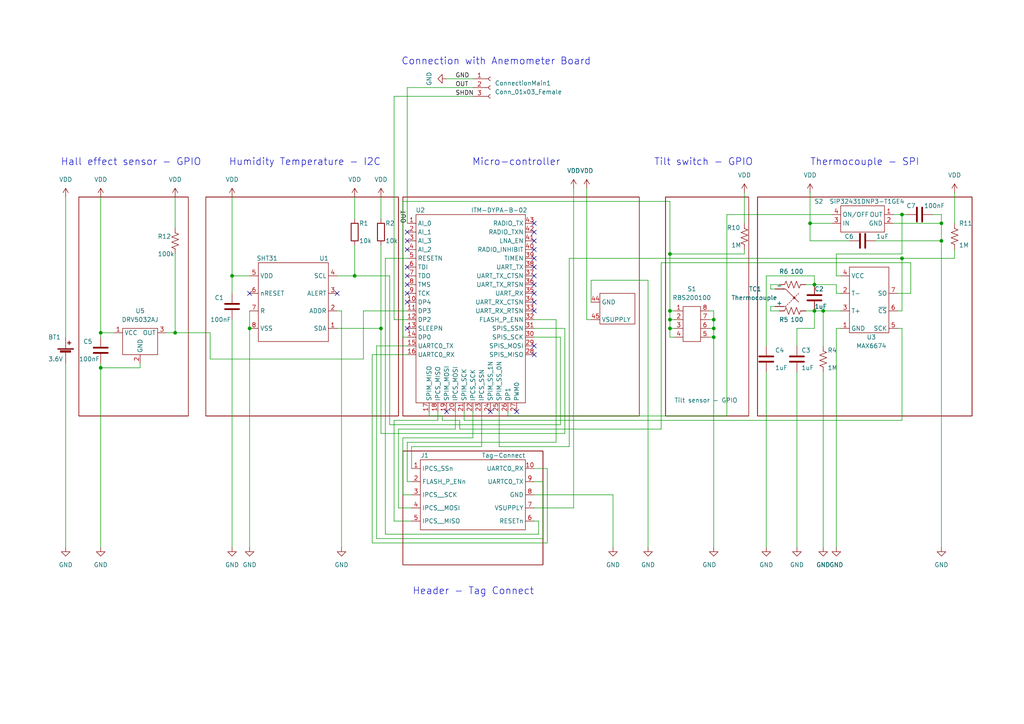
<source format=kicad_sch>
(kicad_sch (version 20211123) (generator eeschema)

  (uuid a5b3981a-8312-4b5b-a753-e25448a6fcbb)

  (paper "A4")

  (title_block
    (title "AIOT Pico")
    (date "2023-07-25")
    (rev "v1.3")
    (company "Inria Paris")
    (comment 1 "Fabrice Sivakumar")
  )

  (lib_symbols
    (symbol "Connector:Conn_01x03_Female" (pin_names (offset 1.016) hide) (in_bom yes) (on_board yes)
      (property "Reference" "J" (id 0) (at 0 5.08 0)
        (effects (font (size 1.27 1.27)))
      )
      (property "Value" "Conn_01x03_Female" (id 1) (at 0 -5.08 0)
        (effects (font (size 1.27 1.27)))
      )
      (property "Footprint" "" (id 2) (at 0 0 0)
        (effects (font (size 1.27 1.27)) hide)
      )
      (property "Datasheet" "~" (id 3) (at 0 0 0)
        (effects (font (size 1.27 1.27)) hide)
      )
      (property "ki_keywords" "connector" (id 4) (at 0 0 0)
        (effects (font (size 1.27 1.27)) hide)
      )
      (property "ki_description" "Generic connector, single row, 01x03, script generated (kicad-library-utils/schlib/autogen/connector/)" (id 5) (at 0 0 0)
        (effects (font (size 1.27 1.27)) hide)
      )
      (property "ki_fp_filters" "Connector*:*_1x??_*" (id 6) (at 0 0 0)
        (effects (font (size 1.27 1.27)) hide)
      )
      (symbol "Conn_01x03_Female_1_1"
        (arc (start 0 -2.032) (mid -0.508 -2.54) (end 0 -3.048)
          (stroke (width 0.1524) (type default) (color 0 0 0 0))
          (fill (type none))
        )
        (polyline
          (pts
            (xy -1.27 -2.54)
            (xy -0.508 -2.54)
          )
          (stroke (width 0.1524) (type default) (color 0 0 0 0))
          (fill (type none))
        )
        (polyline
          (pts
            (xy -1.27 0)
            (xy -0.508 0)
          )
          (stroke (width 0.1524) (type default) (color 0 0 0 0))
          (fill (type none))
        )
        (polyline
          (pts
            (xy -1.27 2.54)
            (xy -0.508 2.54)
          )
          (stroke (width 0.1524) (type default) (color 0 0 0 0))
          (fill (type none))
        )
        (arc (start 0 0.508) (mid -0.508 0) (end 0 -0.508)
          (stroke (width 0.1524) (type default) (color 0 0 0 0))
          (fill (type none))
        )
        (arc (start 0 3.048) (mid -0.508 2.54) (end 0 2.032)
          (stroke (width 0.1524) (type default) (color 0 0 0 0))
          (fill (type none))
        )
        (pin passive line (at -5.08 2.54 0) (length 3.81)
          (name "Pin_1" (effects (font (size 1.27 1.27))))
          (number "1" (effects (font (size 1.27 1.27))))
        )
        (pin passive line (at -5.08 0 0) (length 3.81)
          (name "Pin_2" (effects (font (size 1.27 1.27))))
          (number "2" (effects (font (size 1.27 1.27))))
        )
        (pin passive line (at -5.08 -2.54 0) (length 3.81)
          (name "Pin_3" (effects (font (size 1.27 1.27))))
          (number "3" (effects (font (size 1.27 1.27))))
        )
      )
    )
    (symbol "Device:Battery_Cell" (pin_numbers hide) (pin_names (offset 0) hide) (in_bom yes) (on_board yes)
      (property "Reference" "BT" (id 0) (at 2.54 2.54 0)
        (effects (font (size 1.27 1.27)) (justify left))
      )
      (property "Value" "Battery_Cell" (id 1) (at 2.54 0 0)
        (effects (font (size 1.27 1.27)) (justify left))
      )
      (property "Footprint" "" (id 2) (at 0 1.524 90)
        (effects (font (size 1.27 1.27)) hide)
      )
      (property "Datasheet" "~" (id 3) (at 0 1.524 90)
        (effects (font (size 1.27 1.27)) hide)
      )
      (property "ki_keywords" "battery cell" (id 4) (at 0 0 0)
        (effects (font (size 1.27 1.27)) hide)
      )
      (property "ki_description" "Single-cell battery" (id 5) (at 0 0 0)
        (effects (font (size 1.27 1.27)) hide)
      )
      (symbol "Battery_Cell_0_1"
        (rectangle (start -2.286 1.778) (end 2.286 1.524)
          (stroke (width 0) (type default) (color 0 0 0 0))
          (fill (type outline))
        )
        (rectangle (start -1.5748 1.1938) (end 1.4732 0.6858)
          (stroke (width 0) (type default) (color 0 0 0 0))
          (fill (type outline))
        )
        (polyline
          (pts
            (xy 0 0.762)
            (xy 0 0)
          )
          (stroke (width 0) (type default) (color 0 0 0 0))
          (fill (type none))
        )
        (polyline
          (pts
            (xy 0 1.778)
            (xy 0 2.54)
          )
          (stroke (width 0) (type default) (color 0 0 0 0))
          (fill (type none))
        )
        (polyline
          (pts
            (xy 0.508 3.429)
            (xy 1.524 3.429)
          )
          (stroke (width 0.254) (type default) (color 0 0 0 0))
          (fill (type none))
        )
        (polyline
          (pts
            (xy 1.016 3.937)
            (xy 1.016 2.921)
          )
          (stroke (width 0.254) (type default) (color 0 0 0 0))
          (fill (type none))
        )
      )
      (symbol "Battery_Cell_1_1"
        (pin passive line (at 0 5.08 270) (length 2.54)
          (name "+" (effects (font (size 1.27 1.27))))
          (number "1" (effects (font (size 1.27 1.27))))
        )
        (pin passive line (at 0 -2.54 90) (length 2.54)
          (name "-" (effects (font (size 1.27 1.27))))
          (number "2" (effects (font (size 1.27 1.27))))
        )
      )
    )
    (symbol "Device:C" (pin_numbers hide) (pin_names (offset 0.254)) (in_bom yes) (on_board yes)
      (property "Reference" "C" (id 0) (at 0.635 2.54 0)
        (effects (font (size 1.27 1.27)) (justify left))
      )
      (property "Value" "C" (id 1) (at 0.635 -2.54 0)
        (effects (font (size 1.27 1.27)) (justify left))
      )
      (property "Footprint" "" (id 2) (at 0.9652 -3.81 0)
        (effects (font (size 1.27 1.27)) hide)
      )
      (property "Datasheet" "~" (id 3) (at 0 0 0)
        (effects (font (size 1.27 1.27)) hide)
      )
      (property "ki_keywords" "cap capacitor" (id 4) (at 0 0 0)
        (effects (font (size 1.27 1.27)) hide)
      )
      (property "ki_description" "Unpolarized capacitor" (id 5) (at 0 0 0)
        (effects (font (size 1.27 1.27)) hide)
      )
      (property "ki_fp_filters" "C_*" (id 6) (at 0 0 0)
        (effects (font (size 1.27 1.27)) hide)
      )
      (symbol "C_0_1"
        (polyline
          (pts
            (xy -2.032 -0.762)
            (xy 2.032 -0.762)
          )
          (stroke (width 0.508) (type default) (color 0 0 0 0))
          (fill (type none))
        )
        (polyline
          (pts
            (xy -2.032 0.762)
            (xy 2.032 0.762)
          )
          (stroke (width 0.508) (type default) (color 0 0 0 0))
          (fill (type none))
        )
      )
      (symbol "C_1_1"
        (pin passive line (at 0 3.81 270) (length 2.794)
          (name "~" (effects (font (size 1.27 1.27))))
          (number "1" (effects (font (size 1.27 1.27))))
        )
        (pin passive line (at 0 -3.81 90) (length 2.794)
          (name "~" (effects (font (size 1.27 1.27))))
          (number "2" (effects (font (size 1.27 1.27))))
        )
      )
    )
    (symbol "Device:R" (pin_numbers hide) (pin_names (offset 0)) (in_bom yes) (on_board yes)
      (property "Reference" "R" (id 0) (at 2.032 0 90)
        (effects (font (size 1.27 1.27)))
      )
      (property "Value" "R" (id 1) (at 0 0 90)
        (effects (font (size 1.27 1.27)))
      )
      (property "Footprint" "" (id 2) (at -1.778 0 90)
        (effects (font (size 1.27 1.27)) hide)
      )
      (property "Datasheet" "~" (id 3) (at 0 0 0)
        (effects (font (size 1.27 1.27)) hide)
      )
      (property "ki_keywords" "R res resistor" (id 4) (at 0 0 0)
        (effects (font (size 1.27 1.27)) hide)
      )
      (property "ki_description" "Resistor" (id 5) (at 0 0 0)
        (effects (font (size 1.27 1.27)) hide)
      )
      (property "ki_fp_filters" "R_*" (id 6) (at 0 0 0)
        (effects (font (size 1.27 1.27)) hide)
      )
      (symbol "R_0_1"
        (rectangle (start -1.016 -2.54) (end 1.016 2.54)
          (stroke (width 0.254) (type default) (color 0 0 0 0))
          (fill (type none))
        )
      )
      (symbol "R_1_1"
        (pin passive line (at 0 3.81 270) (length 1.27)
          (name "~" (effects (font (size 1.27 1.27))))
          (number "1" (effects (font (size 1.27 1.27))))
        )
        (pin passive line (at 0 -3.81 90) (length 1.27)
          (name "~" (effects (font (size 1.27 1.27))))
          (number "2" (effects (font (size 1.27 1.27))))
        )
      )
    )
    (symbol "Device:R_US" (pin_numbers hide) (pin_names (offset 0)) (in_bom yes) (on_board yes)
      (property "Reference" "R" (id 0) (at 2.54 0 90)
        (effects (font (size 1.27 1.27)))
      )
      (property "Value" "R_US" (id 1) (at -2.54 0 90)
        (effects (font (size 1.27 1.27)))
      )
      (property "Footprint" "" (id 2) (at 1.016 -0.254 90)
        (effects (font (size 1.27 1.27)) hide)
      )
      (property "Datasheet" "~" (id 3) (at 0 0 0)
        (effects (font (size 1.27 1.27)) hide)
      )
      (property "ki_keywords" "R res resistor" (id 4) (at 0 0 0)
        (effects (font (size 1.27 1.27)) hide)
      )
      (property "ki_description" "Resistor, US symbol" (id 5) (at 0 0 0)
        (effects (font (size 1.27 1.27)) hide)
      )
      (property "ki_fp_filters" "R_*" (id 6) (at 0 0 0)
        (effects (font (size 1.27 1.27)) hide)
      )
      (symbol "R_US_0_1"
        (polyline
          (pts
            (xy 0 -2.286)
            (xy 0 -2.54)
          )
          (stroke (width 0) (type default) (color 0 0 0 0))
          (fill (type none))
        )
        (polyline
          (pts
            (xy 0 2.286)
            (xy 0 2.54)
          )
          (stroke (width 0) (type default) (color 0 0 0 0))
          (fill (type none))
        )
        (polyline
          (pts
            (xy 0 -0.762)
            (xy 1.016 -1.143)
            (xy 0 -1.524)
            (xy -1.016 -1.905)
            (xy 0 -2.286)
          )
          (stroke (width 0) (type default) (color 0 0 0 0))
          (fill (type none))
        )
        (polyline
          (pts
            (xy 0 0.762)
            (xy 1.016 0.381)
            (xy 0 0)
            (xy -1.016 -0.381)
            (xy 0 -0.762)
          )
          (stroke (width 0) (type default) (color 0 0 0 0))
          (fill (type none))
        )
        (polyline
          (pts
            (xy 0 2.286)
            (xy 1.016 1.905)
            (xy 0 1.524)
            (xy -1.016 1.143)
            (xy 0 0.762)
          )
          (stroke (width 0) (type default) (color 0 0 0 0))
          (fill (type none))
        )
      )
      (symbol "R_US_1_1"
        (pin passive line (at 0 3.81 270) (length 1.27)
          (name "~" (effects (font (size 1.27 1.27))))
          (number "1" (effects (font (size 1.27 1.27))))
        )
        (pin passive line (at 0 -3.81 90) (length 1.27)
          (name "~" (effects (font (size 1.27 1.27))))
          (number "2" (effects (font (size 1.27 1.27))))
        )
      )
    )
    (symbol "Device:Thermocouple" (pin_numbers hide) (pin_names (offset 0)) (in_bom yes) (on_board yes)
      (property "Reference" "TC" (id 0) (at -3.048 3.81 0)
        (effects (font (size 1.27 1.27)))
      )
      (property "Value" "Thermocouple" (id 1) (at -5.08 -4.064 0)
        (effects (font (size 1.27 1.27)) (justify left))
      )
      (property "Footprint" "" (id 2) (at -14.605 1.27 0)
        (effects (font (size 1.27 1.27)) hide)
      )
      (property "Datasheet" "~" (id 3) (at -14.605 1.27 0)
        (effects (font (size 1.27 1.27)) hide)
      )
      (property "ki_keywords" "thermocouple temperature sensor cold junction" (id 4) (at 0 0 0)
        (effects (font (size 1.27 1.27)) hide)
      )
      (property "ki_description" "Thermocouple" (id 5) (at 0 0 0)
        (effects (font (size 1.27 1.27)) hide)
      )
      (property "ki_fp_filters" "PIN?ARRAY* bornier* *Terminal?Block* Thermo*Couple*" (id 6) (at 0 0 0)
        (effects (font (size 1.27 1.27)) hide)
      )
      (symbol "Thermocouple_0_1"
        (circle (center -3.048 0) (radius 0.254)
          (stroke (width 0) (type default) (color 0 0 0 0))
          (fill (type outline))
        )
        (polyline
          (pts
            (xy -4.064 -1.016)
            (xy -4.318 -1.27)
          )
          (stroke (width 0) (type default) (color 0 0 0 0))
          (fill (type none))
        )
        (polyline
          (pts
            (xy -3.556 -0.508)
            (xy -3.81 -0.762)
          )
          (stroke (width 0) (type default) (color 0 0 0 0))
          (fill (type none))
        )
        (polyline
          (pts
            (xy -3.048 0)
            (xy -3.302 -0.254)
          )
          (stroke (width 0) (type default) (color 0 0 0 0))
          (fill (type none))
        )
        (polyline
          (pts
            (xy -2.54 0.508)
            (xy -2.794 0.254)
          )
          (stroke (width 0) (type default) (color 0 0 0 0))
          (fill (type none))
        )
        (polyline
          (pts
            (xy -2.032 1.016)
            (xy -2.286 0.762)
          )
          (stroke (width 0) (type default) (color 0 0 0 0))
          (fill (type none))
        )
        (polyline
          (pts
            (xy -1.524 1.524)
            (xy -1.778 1.27)
          )
          (stroke (width 0) (type default) (color 0 0 0 0))
          (fill (type none))
        )
        (polyline
          (pts
            (xy -1.016 2.032)
            (xy -1.27 1.778)
          )
          (stroke (width 0) (type default) (color 0 0 0 0))
          (fill (type none))
        )
        (polyline
          (pts
            (xy -0.508 2.54)
            (xy -0.762 2.286)
          )
          (stroke (width 0) (type default) (color 0 0 0 0))
          (fill (type none))
        )
        (polyline
          (pts
            (xy 0 -2.54)
            (xy -0.254 -2.54)
          )
          (stroke (width 0) (type default) (color 0 0 0 0))
          (fill (type none))
        )
        (polyline
          (pts
            (xy 0 2.54)
            (xy -0.508 2.54)
          )
          (stroke (width 0) (type default) (color 0 0 0 0))
          (fill (type none))
        )
        (polyline
          (pts
            (xy 0.254 -2.54)
            (xy -0.508 -2.54)
            (xy -4.318 1.27)
          )
          (stroke (width 0) (type default) (color 0 0 0 0))
          (fill (type none))
        )
      )
      (symbol "Thermocouple_1_1"
        (pin passive line (at 2.54 2.54 180) (length 2.54)
          (name "+" (effects (font (size 1.27 1.27))))
          (number "1" (effects (font (size 1.27 1.27))))
        )
        (pin passive line (at 2.54 -2.54 180) (length 2.54)
          (name "-" (effects (font (size 1.27 1.27))))
          (number "2" (effects (font (size 1.27 1.27))))
        )
      )
    )
    (symbol "aiot_symbol_lib:DRV5032AJ" (in_bom yes) (on_board yes)
      (property "Reference" "U" (id 0) (at 5.08 6.35 0)
        (effects (font (size 1.27 1.27)))
      )
      (property "Value" "DRV5032AJ" (id 1) (at -3.81 6.35 0)
        (effects (font (size 1.27 1.27)))
      )
      (property "Footprint" "" (id 2) (at 0 0 0)
        (effects (font (size 1.27 1.27)) hide)
      )
      (property "Datasheet" "" (id 3) (at 0 0 0)
        (effects (font (size 1.27 1.27)) hide)
      )
      (symbol "DRV5032AJ_0_1"
        (rectangle (start -5.08 3.81) (end 5.08 -3.81)
          (stroke (width 0) (type default) (color 0 0 0 0))
          (fill (type none))
        )
      )
      (symbol "DRV5032AJ_1_1"
        (pin input line (at -7.62 2.54 0) (length 2.54)
          (name "VCC" (effects (font (size 1.27 1.27))))
          (number "1" (effects (font (size 1.27 1.27))))
        )
        (pin input line (at 0 -6.35 90) (length 2.54)
          (name "GND" (effects (font (size 1.27 1.27))))
          (number "2" (effects (font (size 1.27 1.27))))
        )
        (pin input line (at 7.62 2.54 180) (length 2.54)
          (name "OUT" (effects (font (size 1.27 1.27))))
          (number "3" (effects (font (size 1.27 1.27))))
        )
      )
    )
    (symbol "aiot_symbol_lib:RBS200100" (in_bom yes) (on_board yes)
      (property "Reference" "S" (id 0) (at 6.35 7.62 0)
        (effects (font (size 1.27 1.27)))
      )
      (property "Value" "RBS200100" (id 1) (at -6.35 7.62 0)
        (effects (font (size 1.27 1.27)))
      )
      (property "Footprint" "" (id 2) (at 0 0 0)
        (effects (font (size 1.27 1.27)) hide)
      )
      (property "Datasheet" "" (id 3) (at 0 0 0)
        (effects (font (size 1.27 1.27)) hide)
      )
      (symbol "RBS200100_0_1"
        (rectangle (start -2.54 5.08) (end 2.54 -5.08)
          (stroke (width 0) (type default) (color 0 0 0 0))
          (fill (type none))
        )
      )
      (symbol "RBS200100_1_1"
        (pin input line (at -5.08 3.81 0) (length 2.54)
          (name "" (effects (font (size 1.27 1.27))))
          (number "1" (effects (font (size 1.27 1.27))))
        )
        (pin input line (at -5.08 1.27 0) (length 2.54)
          (name "" (effects (font (size 1.27 1.27))))
          (number "2" (effects (font (size 1.27 1.27))))
        )
        (pin input line (at -5.08 -1.27 0) (length 2.54)
          (name "" (effects (font (size 1.27 1.27))))
          (number "3" (effects (font (size 1.27 1.27))))
        )
        (pin input line (at -5.08 -3.81 0) (length 2.54)
          (name "" (effects (font (size 1.27 1.27))))
          (number "4" (effects (font (size 1.27 1.27))))
        )
        (pin input line (at 5.08 -3.81 180) (length 2.54)
          (name "" (effects (font (size 1.27 1.27))))
          (number "5" (effects (font (size 1.27 1.27))))
        )
        (pin input line (at 5.08 -1.27 180) (length 2.54)
          (name "" (effects (font (size 1.27 1.27))))
          (number "6" (effects (font (size 1.27 1.27))))
        )
        (pin input line (at 5.08 1.27 180) (length 2.54)
          (name "" (effects (font (size 1.27 1.27))))
          (number "7" (effects (font (size 1.27 1.27))))
        )
        (pin input line (at 5.08 3.81 180) (length 2.54)
          (name "" (effects (font (size 1.27 1.27))))
          (number "8" (effects (font (size 1.27 1.27))))
        )
      )
    )
    (symbol "heat_humidity_mesh_lib:ITM-DYPA-B-02" (in_bom yes) (on_board yes)
      (property "Reference" "U" (id 0) (at -15.24 29.21 0)
        (effects (font (size 1.27 1.27)))
      )
      (property "Value" "ITM-DYPA-B-02" (id 1) (at 24.13 -29.21 0)
        (effects (font (size 1.27 1.27)))
      )
      (property "Footprint" "" (id 2) (at 0 -15.24 0)
        (effects (font (size 1.27 1.27)) hide)
      )
      (property "Datasheet" "" (id 3) (at 0 -15.24 0)
        (effects (font (size 1.27 1.27)) hide)
      )
      (symbol "ITM-DYPA-B-02_0_1"
        (rectangle (start -16.51 27.94) (end 15.24 -26.67)
          (stroke (width 0) (type default) (color 0 0 0 0))
          (fill (type none))
        )
        (rectangle (start 36.83 5.08) (end 46.99 -3.81)
          (stroke (width 0) (type default) (color 0 0 0 0))
          (fill (type none))
        )
      )
      (symbol "ITM-DYPA-B-02_1_1"
        (pin input line (at -19.05 25.4 0) (length 2.54)
          (name "AI_0" (effects (font (size 1.27 1.27))))
          (number "1" (effects (font (size 1.27 1.27))))
        )
        (pin input line (at -19.05 2.54 0) (length 2.54)
          (name "DP4" (effects (font (size 1.27 1.27))))
          (number "10" (effects (font (size 1.27 1.27))))
        )
        (pin input line (at -19.05 0 0) (length 2.54)
          (name "DP3" (effects (font (size 1.27 1.27))))
          (number "11" (effects (font (size 1.27 1.27))))
        )
        (pin input line (at -19.05 -2.54 0) (length 2.54)
          (name "DP2" (effects (font (size 1.27 1.27))))
          (number "12" (effects (font (size 1.27 1.27))))
        )
        (pin input line (at -19.05 -5.08 0) (length 2.54)
          (name "SLEEPN" (effects (font (size 1.27 1.27))))
          (number "13" (effects (font (size 1.27 1.27))))
        )
        (pin input line (at -19.05 -7.62 0) (length 2.54)
          (name "DP0" (effects (font (size 1.27 1.27))))
          (number "14" (effects (font (size 1.27 1.27))))
        )
        (pin input line (at -19.05 -10.16 0) (length 2.54)
          (name "UARTC0_TX" (effects (font (size 1.27 1.27))))
          (number "15" (effects (font (size 1.27 1.27))))
        )
        (pin input line (at -19.05 -12.7 0) (length 2.54)
          (name "UARTC0_RX" (effects (font (size 1.27 1.27))))
          (number "16" (effects (font (size 1.27 1.27))))
        )
        (pin input line (at -12.7 -29.21 90) (length 2.54)
          (name "SPIM_MISO" (effects (font (size 1.27 1.27))))
          (number "17" (effects (font (size 1.27 1.27))))
        )
        (pin input line (at -10.16 -29.21 90) (length 2.54)
          (name "IPCS_MISO" (effects (font (size 1.27 1.27))))
          (number "18" (effects (font (size 1.27 1.27))))
        )
        (pin input line (at -7.62 -29.21 90) (length 2.54)
          (name "SPIM_MOSI" (effects (font (size 1.27 1.27))))
          (number "19" (effects (font (size 1.27 1.27))))
        )
        (pin input line (at -19.05 22.86 0) (length 2.54)
          (name "AI_1" (effects (font (size 1.27 1.27))))
          (number "2" (effects (font (size 1.27 1.27))))
        )
        (pin input line (at -5.08 -29.21 90) (length 2.54)
          (name "IPCS_MOSI" (effects (font (size 1.27 1.27))))
          (number "20" (effects (font (size 1.27 1.27))))
        )
        (pin input line (at -2.54 -29.21 90) (length 2.54)
          (name "SPIM_SCK" (effects (font (size 1.27 1.27))))
          (number "21" (effects (font (size 1.27 1.27))))
        )
        (pin input line (at 0 -29.21 90) (length 2.54)
          (name "IPCS_SCK" (effects (font (size 1.27 1.27))))
          (number "22" (effects (font (size 1.27 1.27))))
        )
        (pin input line (at 2.54 -29.21 90) (length 2.54)
          (name "IPCS_SSN" (effects (font (size 1.27 1.27))))
          (number "23" (effects (font (size 1.27 1.27))))
        )
        (pin input line (at 5.08 -29.21 90) (length 2.54)
          (name "SPIM_SS_1N" (effects (font (size 1.27 1.27))))
          (number "24" (effects (font (size 1.27 1.27))))
        )
        (pin input line (at 7.62 -29.21 90) (length 2.54)
          (name "SPIM_SS_0N" (effects (font (size 1.27 1.27))))
          (number "25" (effects (font (size 1.27 1.27))))
        )
        (pin input line (at 10.16 -29.21 90) (length 2.54)
          (name "DP1" (effects (font (size 1.27 1.27))))
          (number "26" (effects (font (size 1.27 1.27))))
        )
        (pin input line (at 12.7 -29.21 90) (length 2.54)
          (name "PWM0" (effects (font (size 1.27 1.27))))
          (number "27" (effects (font (size 1.27 1.27))))
        )
        (pin input line (at 17.78 -12.7 180) (length 2.54)
          (name "SPIS_MISO" (effects (font (size 1.27 1.27))))
          (number "28" (effects (font (size 1.27 1.27))))
        )
        (pin input line (at 17.78 -10.16 180) (length 2.54)
          (name "SPIS_MOSI" (effects (font (size 1.27 1.27))))
          (number "29" (effects (font (size 1.27 1.27))))
        )
        (pin input line (at -19.05 20.32 0) (length 2.54)
          (name "AI_3" (effects (font (size 1.27 1.27))))
          (number "3" (effects (font (size 1.27 1.27))))
        )
        (pin input line (at 17.78 -7.62 180) (length 2.54)
          (name "SPIS_SCK" (effects (font (size 1.27 1.27))))
          (number "30" (effects (font (size 1.27 1.27))))
        )
        (pin input line (at 17.78 -5.08 180) (length 2.54)
          (name "SPIS_SSN" (effects (font (size 1.27 1.27))))
          (number "31" (effects (font (size 1.27 1.27))))
        )
        (pin input line (at 17.78 -2.54 180) (length 2.54)
          (name "FLASH_P_ENN" (effects (font (size 1.27 1.27))))
          (number "32" (effects (font (size 1.27 1.27))))
        )
        (pin input line (at 17.78 0 180) (length 2.54)
          (name "UART_RX_RTSN" (effects (font (size 1.27 1.27))))
          (number "33" (effects (font (size 1.27 1.27))))
        )
        (pin input line (at 17.78 2.54 180) (length 2.54)
          (name "UART_RX_CTSN" (effects (font (size 1.27 1.27))))
          (number "34" (effects (font (size 1.27 1.27))))
        )
        (pin input line (at 17.78 5.08 180) (length 2.54)
          (name "UART_RX" (effects (font (size 1.27 1.27))))
          (number "35" (effects (font (size 1.27 1.27))))
        )
        (pin input line (at 17.78 7.62 180) (length 2.54)
          (name "UART_TX_RTSN" (effects (font (size 1.27 1.27))))
          (number "36" (effects (font (size 1.27 1.27))))
        )
        (pin input line (at 17.78 10.16 180) (length 2.54)
          (name "UART_TX_CTSN" (effects (font (size 1.27 1.27))))
          (number "37" (effects (font (size 1.27 1.27))))
        )
        (pin input line (at 17.78 12.7 180) (length 2.54)
          (name "UART_TX" (effects (font (size 1.27 1.27))))
          (number "38" (effects (font (size 1.27 1.27))))
        )
        (pin input line (at 17.78 15.24 180) (length 2.54)
          (name "TIMEN" (effects (font (size 1.27 1.27))))
          (number "39" (effects (font (size 1.27 1.27))))
        )
        (pin input line (at -19.05 17.78 0) (length 2.54)
          (name "AI_2" (effects (font (size 1.27 1.27))))
          (number "4" (effects (font (size 1.27 1.27))))
        )
        (pin input line (at 17.78 17.78 180) (length 2.54)
          (name "RADIO_INHIBIT" (effects (font (size 1.27 1.27))))
          (number "40" (effects (font (size 1.27 1.27))))
        )
        (pin input line (at 17.78 20.32 180) (length 2.54)
          (name "LNA_EN" (effects (font (size 1.27 1.27))))
          (number "41" (effects (font (size 1.27 1.27))))
        )
        (pin input line (at 17.78 22.86 180) (length 2.54)
          (name "RADIO_TXN" (effects (font (size 1.27 1.27))))
          (number "42" (effects (font (size 1.27 1.27))))
        )
        (pin input line (at 17.78 25.4 180) (length 2.54)
          (name "RADIO_TX" (effects (font (size 1.27 1.27))))
          (number "43" (effects (font (size 1.27 1.27))))
        )
        (pin input line (at 34.29 2.54 0) (length 2.54)
          (name "GND" (effects (font (size 1.27 1.27))))
          (number "44" (effects (font (size 1.27 1.27))))
        )
        (pin input line (at 34.29 -2.54 0) (length 2.54)
          (name "VSUPPLY" (effects (font (size 1.27 1.27))))
          (number "45" (effects (font (size 1.27 1.27))))
        )
        (pin input line (at -19.05 15.24 0) (length 2.54)
          (name "RESETN" (effects (font (size 1.27 1.27))))
          (number "5" (effects (font (size 1.27 1.27))))
        )
        (pin input line (at -19.05 12.7 0) (length 2.54)
          (name "TDI" (effects (font (size 1.27 1.27))))
          (number "6" (effects (font (size 1.27 1.27))))
        )
        (pin input line (at -19.05 10.16 0) (length 2.54)
          (name "TDO" (effects (font (size 1.27 1.27))))
          (number "7" (effects (font (size 1.27 1.27))))
        )
        (pin input line (at -19.05 7.62 0) (length 2.54)
          (name "TMS" (effects (font (size 1.27 1.27))))
          (number "8" (effects (font (size 1.27 1.27))))
        )
        (pin input line (at -19.05 5.08 0) (length 2.54)
          (name "TCK" (effects (font (size 1.27 1.27))))
          (number "9" (effects (font (size 1.27 1.27))))
        )
      )
    )
    (symbol "heat_humidity_mesh_lib:MAX6674" (in_bom yes) (on_board yes)
      (property "Reference" "U3" (id 0) (at 0 -10.16 0)
        (effects (font (size 1.27 1.27)))
      )
      (property "Value" "MAX6674" (id 1) (at 0 -12.7 0)
        (effects (font (size 1.27 1.27)))
      )
      (property "Footprint" "digikey-footprints:SOIC-7-8_W3.9mm" (id 2) (at -1.27 15.24 0)
        (effects (font (size 1.27 1.27)) hide)
      )
      (property "Datasheet" "" (id 3) (at 0 0 0)
        (effects (font (size 1.27 1.27)) hide)
      )
      (symbol "MAX6674_0_1"
        (rectangle (start -6.35 10.16) (end 5.08 -8.89)
          (stroke (width 0) (type default) (color 0 0 0 0))
          (fill (type none))
        )
      )
      (symbol "MAX6674_1_1"
        (pin input line (at -8.89 -7.62 0) (length 2.54)
          (name "GND" (effects (font (size 1.27 1.27))))
          (number "1" (effects (font (size 1.27 1.27))))
        )
        (pin input line (at -8.89 2.54 0) (length 2.54)
          (name "T-" (effects (font (size 1.27 1.27))))
          (number "2" (effects (font (size 1.27 1.27))))
        )
        (pin input line (at -8.89 -2.54 0) (length 2.54)
          (name "T+" (effects (font (size 1.27 1.27))))
          (number "3" (effects (font (size 1.27 1.27))))
        )
        (pin input line (at -8.89 7.62 0) (length 2.54)
          (name "VCC" (effects (font (size 1.27 1.27))))
          (number "4" (effects (font (size 1.27 1.27))))
        )
        (pin input line (at 7.62 -7.62 180) (length 2.54)
          (name "SCK" (effects (font (size 1.27 1.27))))
          (number "5" (effects (font (size 1.27 1.27))))
        )
        (pin input line (at 7.62 -2.54 180) (length 2.54)
          (name "~{CS}" (effects (font (size 1.27 1.27))))
          (number "6" (effects (font (size 1.27 1.27))))
        )
        (pin input line (at 7.62 2.54 180) (length 2.54)
          (name "SO" (effects (font (size 1.27 1.27))))
          (number "7" (effects (font (size 1.27 1.27))))
        )
      )
    )
    (symbol "heat_humidity_mesh_lib:SHT31" (in_bom yes) (on_board yes)
      (property "Reference" "U" (id 0) (at -8.89 12.7 0)
        (effects (font (size 1.27 1.27)))
      )
      (property "Value" "SHT31" (id 1) (at 7.62 -12.7 0)
        (effects (font (size 1.27 1.27)))
      )
      (property "Footprint" "" (id 2) (at 1.27 1.27 0)
        (effects (font (size 1.27 1.27)) hide)
      )
      (property "Datasheet" "" (id 3) (at 1.27 1.27 0)
        (effects (font (size 1.27 1.27)) hide)
      )
      (symbol "SHT31_0_1"
        (rectangle (start -10.16 11.43) (end 10.16 -11.43)
          (stroke (width 0) (type default) (color 0 0 0 0))
          (fill (type none))
        )
      )
      (symbol "SHT31_1_1"
        (pin input line (at -12.7 7.62 0) (length 2.54)
          (name "SDA" (effects (font (size 1.27 1.27))))
          (number "1" (effects (font (size 1.27 1.27))))
        )
        (pin input line (at -12.7 2.54 0) (length 2.54)
          (name "ADDR" (effects (font (size 1.27 1.27))))
          (number "2" (effects (font (size 1.27 1.27))))
        )
        (pin input line (at -12.7 -2.54 0) (length 2.54)
          (name "ALERT" (effects (font (size 1.27 1.27))))
          (number "3" (effects (font (size 1.27 1.27))))
        )
        (pin input line (at -12.7 -7.62 0) (length 2.54)
          (name "SCL" (effects (font (size 1.27 1.27))))
          (number "4" (effects (font (size 1.27 1.27))))
        )
        (pin input line (at 12.7 -7.62 180) (length 2.54)
          (name "VDD" (effects (font (size 1.27 1.27))))
          (number "5" (effects (font (size 1.27 1.27))))
        )
        (pin input line (at 12.7 -2.54 180) (length 2.54)
          (name "nRESET" (effects (font (size 1.27 1.27))))
          (number "6" (effects (font (size 1.27 1.27))))
        )
        (pin input line (at 12.7 2.54 180) (length 2.54)
          (name "R" (effects (font (size 1.27 1.27))))
          (number "7" (effects (font (size 1.27 1.27))))
        )
        (pin input line (at 12.7 7.62 180) (length 2.54)
          (name "VSS" (effects (font (size 1.27 1.27))))
          (number "8" (effects (font (size 1.27 1.27))))
        )
      )
    )
    (symbol "heat_humidity_mesh_lib:SiP32431DNP3-T1GE4" (in_bom yes) (on_board yes)
      (property "Reference" "S" (id 0) (at 12.7 7.62 0)
        (effects (font (size 1.27 1.27)))
      )
      (property "Value" "SiP32431DNP3-T1GE4" (id 1) (at -1.27 7.62 0)
        (effects (font (size 1.27 1.27)))
      )
      (property "Footprint" "" (id 2) (at 0 0 0)
        (effects (font (size 1.27 1.27)) hide)
      )
      (property "Datasheet" "" (id 3) (at 0 0 0)
        (effects (font (size 1.27 1.27)) hide)
      )
      (symbol "SiP32431DNP3-T1GE4_0_1"
        (rectangle (start -6.35 3.81) (end 6.35 -3.81)
          (stroke (width 0) (type default) (color 0 0 0 0))
          (fill (type none))
        )
      )
      (symbol "SiP32431DNP3-T1GE4_1_1"
        (pin input line (at 8.89 1.27 180) (length 2.54)
          (name "OUT" (effects (font (size 1.27 1.27))))
          (number "1" (effects (font (size 1.27 1.27))))
        )
        (pin input line (at 8.89 -1.27 180) (length 2.54)
          (name "GND" (effects (font (size 1.27 1.27))))
          (number "2" (effects (font (size 1.27 1.27))))
        )
        (pin input line (at -8.89 -1.27 0) (length 2.54)
          (name "IN" (effects (font (size 1.27 1.27))))
          (number "3" (effects (font (size 1.27 1.27))))
        )
        (pin input line (at -8.89 1.27 0) (length 2.54)
          (name "ON/OFF" (effects (font (size 1.27 1.27))))
          (number "4" (effects (font (size 1.27 1.27))))
        )
      )
    )
    (symbol "heat_humidity_mesh_lib:Tag-Connect" (in_bom yes) (on_board yes)
      (property "Reference" "U" (id 0) (at 0 11.43 0)
        (effects (font (size 1.27 1.27)))
      )
      (property "Value" "Tag-Connect" (id 1) (at 0 -12.7 0)
        (effects (font (size 1.27 1.27)))
      )
      (property "Footprint" "" (id 2) (at 0 0 90)
        (effects (font (size 1.27 1.27)) hide)
      )
      (property "Datasheet" "" (id 3) (at 0 0 90)
        (effects (font (size 1.27 1.27)) hide)
      )
      (symbol "Tag-Connect_0_1"
        (rectangle (start -15.24 -10.16) (end 15.24 10.16)
          (stroke (width 0) (type default) (color 0 0 0 0))
          (fill (type none))
        )
      )
      (symbol "Tag-Connect_1_1"
        (pin input line (at -17.78 7.62 0) (length 2.54)
          (name "IPCS_SSn" (effects (font (size 1.27 1.27))))
          (number "1" (effects (font (size 1.27 1.27))))
        )
        (pin input line (at 17.78 7.62 180) (length 2.54)
          (name "UARTC0_RX" (effects (font (size 1.27 1.27))))
          (number "10" (effects (font (size 1.27 1.27))))
        )
        (pin input line (at -17.78 3.81 0) (length 2.54)
          (name "FLASH_P_ENn" (effects (font (size 1.27 1.27))))
          (number "2" (effects (font (size 1.27 1.27))))
        )
        (pin input line (at -17.78 0 0) (length 2.54)
          (name "IPCS__SCK" (effects (font (size 1.27 1.27))))
          (number "3" (effects (font (size 1.27 1.27))))
        )
        (pin input line (at -17.78 -3.81 0) (length 2.54)
          (name "IPCS__MOSI" (effects (font (size 1.27 1.27))))
          (number "4" (effects (font (size 1.27 1.27))))
        )
        (pin input line (at -17.78 -7.62 0) (length 2.54)
          (name "IPCS__MISO" (effects (font (size 1.27 1.27))))
          (number "5" (effects (font (size 1.27 1.27))))
        )
        (pin input line (at 17.78 -7.62 180) (length 2.54)
          (name "RESETn" (effects (font (size 1.27 1.27))))
          (number "6" (effects (font (size 1.27 1.27))))
        )
        (pin input line (at 17.78 -3.81 180) (length 2.54)
          (name "VSUPPLY" (effects (font (size 1.27 1.27))))
          (number "7" (effects (font (size 1.27 1.27))))
        )
        (pin input line (at 17.78 0 180) (length 2.54)
          (name "GND" (effects (font (size 1.27 1.27))))
          (number "8" (effects (font (size 1.27 1.27))))
        )
        (pin input line (at 17.78 3.81 180) (length 2.54)
          (name "UARTC0_TX" (effects (font (size 1.27 1.27))))
          (number "9" (effects (font (size 1.27 1.27))))
        )
      )
    )
    (symbol "power:GND" (power) (pin_names (offset 0)) (in_bom yes) (on_board yes)
      (property "Reference" "#PWR" (id 0) (at 0 -6.35 0)
        (effects (font (size 1.27 1.27)) hide)
      )
      (property "Value" "GND" (id 1) (at 0 -3.81 0)
        (effects (font (size 1.27 1.27)))
      )
      (property "Footprint" "" (id 2) (at 0 0 0)
        (effects (font (size 1.27 1.27)) hide)
      )
      (property "Datasheet" "" (id 3) (at 0 0 0)
        (effects (font (size 1.27 1.27)) hide)
      )
      (property "ki_keywords" "power-flag" (id 4) (at 0 0 0)
        (effects (font (size 1.27 1.27)) hide)
      )
      (property "ki_description" "Power symbol creates a global label with name \"GND\" , ground" (id 5) (at 0 0 0)
        (effects (font (size 1.27 1.27)) hide)
      )
      (symbol "GND_0_1"
        (polyline
          (pts
            (xy 0 0)
            (xy 0 -1.27)
            (xy 1.27 -1.27)
            (xy 0 -2.54)
            (xy -1.27 -1.27)
            (xy 0 -1.27)
          )
          (stroke (width 0) (type default) (color 0 0 0 0))
          (fill (type none))
        )
      )
      (symbol "GND_1_1"
        (pin power_in line (at 0 0 270) (length 0) hide
          (name "GND" (effects (font (size 1.27 1.27))))
          (number "1" (effects (font (size 1.27 1.27))))
        )
      )
    )
    (symbol "power:VDD" (power) (pin_names (offset 0)) (in_bom yes) (on_board yes)
      (property "Reference" "#PWR" (id 0) (at 0 -3.81 0)
        (effects (font (size 1.27 1.27)) hide)
      )
      (property "Value" "VDD" (id 1) (at 0 3.81 0)
        (effects (font (size 1.27 1.27)))
      )
      (property "Footprint" "" (id 2) (at 0 0 0)
        (effects (font (size 1.27 1.27)) hide)
      )
      (property "Datasheet" "" (id 3) (at 0 0 0)
        (effects (font (size 1.27 1.27)) hide)
      )
      (property "ki_keywords" "power-flag" (id 4) (at 0 0 0)
        (effects (font (size 1.27 1.27)) hide)
      )
      (property "ki_description" "Power symbol creates a global label with name \"VDD\"" (id 5) (at 0 0 0)
        (effects (font (size 1.27 1.27)) hide)
      )
      (symbol "VDD_0_1"
        (polyline
          (pts
            (xy -0.762 1.27)
            (xy 0 2.54)
          )
          (stroke (width 0) (type default) (color 0 0 0 0))
          (fill (type none))
        )
        (polyline
          (pts
            (xy 0 0)
            (xy 0 2.54)
          )
          (stroke (width 0) (type default) (color 0 0 0 0))
          (fill (type none))
        )
        (polyline
          (pts
            (xy 0 2.54)
            (xy 0.762 1.27)
          )
          (stroke (width 0) (type default) (color 0 0 0 0))
          (fill (type none))
        )
      )
      (symbol "VDD_1_1"
        (pin power_in line (at 0 0 90) (length 0) hide
          (name "VDD" (effects (font (size 1.27 1.27))))
          (number "1" (effects (font (size 1.27 1.27))))
        )
      )
    )
  )

  (junction (at 194.31 73.66) (diameter 0) (color 0 0 0 0)
    (uuid 32488585-223a-40c2-a1d1-a036147d4d4c)
  )
  (junction (at 273.05 69.85) (diameter 0) (color 0 0 0 0)
    (uuid 32c42870-615b-48fb-8a0b-0aaca905d988)
  )
  (junction (at 194.31 95.25) (diameter 0) (color 0 0 0 0)
    (uuid 4fad054a-2505-41de-9a40-b732ac0fb4b0)
  )
  (junction (at 207.01 95.25) (diameter 0) (color 0 0 0 0)
    (uuid 5d3b1520-4846-48a2-8f8d-69acf5d56f23)
  )
  (junction (at 261.62 74.93) (diameter 0) (color 0 0 0 0)
    (uuid 621dceec-13c3-45df-8b0f-0b72251c35d3)
  )
  (junction (at 194.31 92.71) (diameter 0) (color 0 0 0 0)
    (uuid 6598ca22-b6cf-4aae-8d21-9a76b6d92dca)
  )
  (junction (at 236.22 90.17) (diameter 0) (color 0 0 0 0)
    (uuid 70f0c0c3-f18c-4938-a783-b554c25312f1)
  )
  (junction (at 50.8 96.52) (diameter 0) (color 0 0 0 0)
    (uuid 76faa6f3-b2b2-4b9f-bdda-f913b0380faa)
  )
  (junction (at 29.21 96.52) (diameter 0) (color 0 0 0 0)
    (uuid 78c430ac-3200-42d6-a1b6-739717427cf7)
  )
  (junction (at 194.31 90.17) (diameter 0) (color 0 0 0 0)
    (uuid 8eed701f-673b-4e13-ac9c-fd8d6cb1250a)
  )
  (junction (at 102.87 80.01) (diameter 0) (color 0 0 0 0)
    (uuid 995c4303-8a7d-4868-8f77-f2918d2749f8)
  )
  (junction (at 72.39 95.25) (diameter 0) (color 0 0 0 0)
    (uuid 9e2480a5-a282-4dd4-b3ad-495d5cfdc926)
  )
  (junction (at 29.21 106.68) (diameter 0) (color 0 0 0 0)
    (uuid a74ecf6f-2667-4a67-94f1-9693e1e4e020)
  )
  (junction (at 238.76 90.17) (diameter 0) (color 0 0 0 0)
    (uuid adb8369b-a69f-4a30-a26a-c45c7be04969)
  )
  (junction (at 236.22 82.55) (diameter 0) (color 0 0 0 0)
    (uuid ca6b6b27-b93e-4f45-92ff-fb37d8fca30a)
  )
  (junction (at 110.49 95.25) (diameter 0) (color 0 0 0 0)
    (uuid cb9e67f7-1a9c-4c1d-b1fd-54f32c699063)
  )
  (junction (at 207.01 97.79) (diameter 0) (color 0 0 0 0)
    (uuid d1be781e-8a8a-4c02-b77d-dfcb5f186aab)
  )
  (junction (at 67.31 80.01) (diameter 0) (color 0 0 0 0)
    (uuid d98b1b1a-d1b0-4cea-8d4a-79f68b749673)
  )
  (junction (at 207.01 92.71) (diameter 0) (color 0 0 0 0)
    (uuid ddd6050b-39e2-4e74-830b-64516b9d1bf2)
  )
  (junction (at 273.05 64.77) (diameter 0) (color 0 0 0 0)
    (uuid e885fe39-6db5-4be3-864d-e3236db94b39)
  )
  (junction (at 234.95 64.77) (diameter 0) (color 0 0 0 0)
    (uuid ea650ba3-6a8b-49f9-9677-52d41329e40a)
  )
  (junction (at 261.62 62.23) (diameter 0) (color 0 0 0 0)
    (uuid f2007d72-3a08-4fab-b6a1-3d0b0e0c9e9d)
  )

  (no_connect (at 72.39 85.09) (uuid 19660122-e95e-4fa6-bc06-89cb4ac62782))
  (no_connect (at 97.79 85.09) (uuid 19660122-e95e-4fa6-bc06-89cb4ac62783))
  (no_connect (at 118.11 67.31) (uuid a355cd23-0699-40a2-a456-49fb1b5b51d0))
  (no_connect (at 118.11 69.85) (uuid a355cd23-0699-40a2-a456-49fb1b5b51d1))
  (no_connect (at 118.11 85.09) (uuid a355cd23-0699-40a2-a456-49fb1b5b51d2))
  (no_connect (at 118.11 87.63) (uuid a355cd23-0699-40a2-a456-49fb1b5b51d3))
  (no_connect (at 118.11 95.25) (uuid a355cd23-0699-40a2-a456-49fb1b5b51d5))
  (no_connect (at 129.54 119.38) (uuid a355cd23-0699-40a2-a456-49fb1b5b51d6))
  (no_connect (at 142.24 119.38) (uuid a355cd23-0699-40a2-a456-49fb1b5b51d7))
  (no_connect (at 149.86 119.38) (uuid a355cd23-0699-40a2-a456-49fb1b5b51d8))
  (no_connect (at 154.94 102.87) (uuid a355cd23-0699-40a2-a456-49fb1b5b51d9))
  (no_connect (at 154.94 82.55) (uuid a355cd23-0699-40a2-a456-49fb1b5b51da))
  (no_connect (at 154.94 80.01) (uuid a355cd23-0699-40a2-a456-49fb1b5b51db))
  (no_connect (at 154.94 77.47) (uuid a355cd23-0699-40a2-a456-49fb1b5b51dc))
  (no_connect (at 154.94 74.93) (uuid a355cd23-0699-40a2-a456-49fb1b5b51dd))
  (no_connect (at 154.94 72.39) (uuid a355cd23-0699-40a2-a456-49fb1b5b51de))
  (no_connect (at 154.94 69.85) (uuid a355cd23-0699-40a2-a456-49fb1b5b51df))
  (no_connect (at 154.94 67.31) (uuid a355cd23-0699-40a2-a456-49fb1b5b51e0))
  (no_connect (at 154.94 64.77) (uuid a355cd23-0699-40a2-a456-49fb1b5b51e1))
  (no_connect (at 118.11 72.39) (uuid a355cd23-0699-40a2-a456-49fb1b5b51e2))
  (no_connect (at 118.11 77.47) (uuid a355cd23-0699-40a2-a456-49fb1b5b51e3))
  (no_connect (at 118.11 80.01) (uuid a355cd23-0699-40a2-a456-49fb1b5b51e4))
  (no_connect (at 118.11 82.55) (uuid a355cd23-0699-40a2-a456-49fb1b5b51e5))
  (no_connect (at 154.94 100.33) (uuid a355cd23-0699-40a2-a456-49fb1b5b51e6))
  (no_connect (at 154.94 90.17) (uuid a355cd23-0699-40a2-a456-49fb1b5b51e7))
  (no_connect (at 154.94 87.63) (uuid a355cd23-0699-40a2-a456-49fb1b5b51e8))
  (no_connect (at 154.94 85.09) (uuid a355cd23-0699-40a2-a456-49fb1b5b51e9))

  (wire (pts (xy 144.78 119.38) (xy 144.78 129.54))
    (stroke (width 0) (type default) (color 0 0 0 0))
    (uuid 02fde2f3-fbfa-4836-aa54-3a06329efc27)
  )
  (wire (pts (xy 194.31 95.25) (xy 194.31 92.71))
    (stroke (width 0) (type default) (color 0 0 0 0))
    (uuid 068b569b-f893-40b2-8f66-18f95af450f7)
  )
  (wire (pts (xy 154.94 135.89) (xy 158.75 135.89))
    (stroke (width 0) (type default) (color 0 0 0 0))
    (uuid 06e38dfa-0a6c-43f5-a6cd-c5e6679abb73)
  )
  (wire (pts (xy 205.74 97.79) (xy 207.01 97.79))
    (stroke (width 0) (type default) (color 0 0 0 0))
    (uuid 07b5618b-3fa4-46db-b525-a086c9b4f63c)
  )
  (wire (pts (xy 207.01 90.17) (xy 207.01 92.71))
    (stroke (width 0) (type default) (color 0 0 0 0))
    (uuid 080d06cc-8ea4-407d-aa57-fe0e850eb946)
  )
  (wire (pts (xy 137.16 119.38) (xy 137.16 127))
    (stroke (width 0) (type default) (color 0 0 0 0))
    (uuid 08a406c8-a9f8-4e44-979e-9797bf2ff6c6)
  )
  (wire (pts (xy 161.29 92.71) (xy 154.94 92.71))
    (stroke (width 0) (type default) (color 0 0 0 0))
    (uuid 08d49622-1035-426c-b598-539548bf6884)
  )
  (wire (pts (xy 114.3 151.13) (xy 114.3 121.92))
    (stroke (width 0) (type default) (color 0 0 0 0))
    (uuid 0a931f6c-5623-422f-958b-1464fa7ddde0)
  )
  (wire (pts (xy 264.16 76.2) (xy 264.16 85.09))
    (stroke (width 0) (type default) (color 0 0 0 0))
    (uuid 0b565d74-d157-43af-b305-3a89ce2bcd37)
  )
  (wire (pts (xy 128.27 120.65) (xy 124.46 120.65))
    (stroke (width 0) (type default) (color 0 0 0 0))
    (uuid 0f85f245-c2f6-45b4-9b8e-225a4e58cb1d)
  )
  (wire (pts (xy 115.57 147.32) (xy 115.57 124.46))
    (stroke (width 0) (type default) (color 0 0 0 0))
    (uuid 102c0b0f-7ea8-4ecd-b4d7-06a3f1954f67)
  )
  (wire (pts (xy 238.76 90.17) (xy 243.84 90.17))
    (stroke (width 0) (type default) (color 0 0 0 0))
    (uuid 107bc9e0-05cf-40cc-a81d-3a32adc10143)
  )
  (wire (pts (xy 147.32 120.65) (xy 147.32 119.38))
    (stroke (width 0) (type default) (color 0 0 0 0))
    (uuid 1934ba5f-73a3-4c29-9e7c-f1e463ce40cb)
  )
  (wire (pts (xy 215.9 72.39) (xy 215.9 73.66))
    (stroke (width 0) (type default) (color 0 0 0 0))
    (uuid 1ac929af-5aa9-46d9-a21a-8c242845f62d)
  )
  (wire (pts (xy 113.03 123.19) (xy 162.56 123.19))
    (stroke (width 0) (type default) (color 0 0 0 0))
    (uuid 1bad9fe8-25fe-49ca-bec6-3cd954d89528)
  )
  (wire (pts (xy 156.21 151.13) (xy 156.21 154.94))
    (stroke (width 0) (type default) (color 0 0 0 0))
    (uuid 1c7089f5-9d5e-4e54-91f5-af2d80f80dec)
  )
  (wire (pts (xy 194.31 73.66) (xy 194.31 90.17))
    (stroke (width 0) (type default) (color 0 0 0 0))
    (uuid 1e03bf46-2969-4e0c-80ff-73403a8a7f7e)
  )
  (wire (pts (xy 133.35 121.92) (xy 128.27 121.92))
    (stroke (width 0) (type default) (color 0 0 0 0))
    (uuid 1e303fad-3bb2-4f7e-b60b-3761c382383e)
  )
  (wire (pts (xy 128.27 121.92) (xy 128.27 120.65))
    (stroke (width 0) (type default) (color 0 0 0 0))
    (uuid 1ed144df-f75a-49b5-a639-ee3b26cd4bc2)
  )
  (wire (pts (xy 210.82 62.23) (xy 241.3 62.23))
    (stroke (width 0) (type default) (color 0 0 0 0))
    (uuid 1ff07702-1bbd-46d1-888a-3c203a6636e1)
  )
  (wire (pts (xy 102.87 71.12) (xy 102.87 80.01))
    (stroke (width 0) (type default) (color 0 0 0 0))
    (uuid 23808d9a-cef8-48d8-af56-d734474a56e6)
  )
  (wire (pts (xy 158.75 135.89) (xy 158.75 157.48))
    (stroke (width 0) (type default) (color 0 0 0 0))
    (uuid 23a31186-a1bb-42fa-9925-df50de4817b7)
  )
  (wire (pts (xy 273.05 62.23) (xy 273.05 64.77))
    (stroke (width 0) (type default) (color 0 0 0 0))
    (uuid 2569e7e0-71d8-47be-a419-a26b38159fb2)
  )
  (wire (pts (xy 205.74 92.71) (xy 207.01 92.71))
    (stroke (width 0) (type default) (color 0 0 0 0))
    (uuid 270362a3-8950-4f77-98e4-bac313381ddd)
  )
  (wire (pts (xy 147.32 120.65) (xy 210.82 120.65))
    (stroke (width 0) (type default) (color 0 0 0 0))
    (uuid 28abe002-46ec-4876-bdf1-e7dd593850d0)
  )
  (wire (pts (xy 154.94 143.51) (xy 177.8 143.51))
    (stroke (width 0) (type default) (color 0 0 0 0))
    (uuid 28b8b808-a823-40ba-8890-599f6ecc52ac)
  )
  (wire (pts (xy 107.95 102.87) (xy 118.11 102.87))
    (stroke (width 0) (type default) (color 0 0 0 0))
    (uuid 28d710d9-f5da-4bb3-83dc-763697132bd3)
  )
  (wire (pts (xy 215.9 55.88) (xy 215.9 64.77))
    (stroke (width 0) (type default) (color 0 0 0 0))
    (uuid 2953d10f-91c9-4ce0-8c18-5366d720aa47)
  )
  (wire (pts (xy 67.31 80.01) (xy 67.31 85.09))
    (stroke (width 0) (type default) (color 0 0 0 0))
    (uuid 2a043446-b594-46bd-95f7-946ae3461b73)
  )
  (wire (pts (xy 113.03 80.01) (xy 113.03 123.19))
    (stroke (width 0) (type default) (color 0 0 0 0))
    (uuid 3264cd9c-0183-44c6-b0c6-93cdd34f77ef)
  )
  (wire (pts (xy 114.3 121.92) (xy 127 121.92))
    (stroke (width 0) (type default) (color 0 0 0 0))
    (uuid 33be9570-036d-4898-8689-ef0c185b41e3)
  )
  (wire (pts (xy 111.76 154.94) (xy 111.76 74.93))
    (stroke (width 0) (type default) (color 0 0 0 0))
    (uuid 385247d0-46c9-4aeb-abb5-4dd7eb907c35)
  )
  (wire (pts (xy 97.79 80.01) (xy 102.87 80.01))
    (stroke (width 0) (type default) (color 0 0 0 0))
    (uuid 3927a7d2-ddd1-4a44-8816-0f5f84978bd8)
  )
  (wire (pts (xy 105.41 90.17) (xy 118.11 90.17))
    (stroke (width 0) (type default) (color 0 0 0 0))
    (uuid 39555953-0c1b-4d96-9126-d4ee91a58be9)
  )
  (wire (pts (xy 261.62 95.25) (xy 261.62 121.92))
    (stroke (width 0) (type default) (color 0 0 0 0))
    (uuid 3b2bdafb-4712-48b6-913c-b8ba31812df8)
  )
  (wire (pts (xy 50.8 96.52) (xy 48.26 96.52))
    (stroke (width 0) (type default) (color 0 0 0 0))
    (uuid 3df436f7-d33e-4002-ab58-08720c0ddf72)
  )
  (wire (pts (xy 29.21 106.68) (xy 40.64 106.68))
    (stroke (width 0) (type default) (color 0 0 0 0))
    (uuid 3efbb93d-3419-4e06-9ab9-92246950df0e)
  )
  (wire (pts (xy 72.39 90.17) (xy 72.39 95.25))
    (stroke (width 0) (type default) (color 0 0 0 0))
    (uuid 43222f02-00c0-4758-add5-2e6926ebb0fc)
  )
  (wire (pts (xy 132.08 124.46) (xy 132.08 119.38))
    (stroke (width 0) (type default) (color 0 0 0 0))
    (uuid 4345ed97-db02-41bc-94d8-99c298b3f2b4)
  )
  (wire (pts (xy 231.14 95.25) (xy 236.22 95.25))
    (stroke (width 0) (type default) (color 0 0 0 0))
    (uuid 43550d61-d54c-43ed-8437-92ed8793836b)
  )
  (wire (pts (xy 163.83 95.25) (xy 154.94 95.25))
    (stroke (width 0) (type default) (color 0 0 0 0))
    (uuid 46ff0c46-1c7f-4892-95bb-6bf0b24163e7)
  )
  (wire (pts (xy 223.52 90.17) (xy 226.06 90.17))
    (stroke (width 0) (type default) (color 0 0 0 0))
    (uuid 4b32227a-00bf-4bb6-8dc9-cbf72f0de380)
  )
  (wire (pts (xy 67.31 92.71) (xy 67.31 158.75))
    (stroke (width 0) (type default) (color 0 0 0 0))
    (uuid 4b3d1b80-5285-4287-a070-c160156da805)
  )
  (wire (pts (xy 29.21 106.68) (xy 29.21 158.75))
    (stroke (width 0) (type default) (color 0 0 0 0))
    (uuid 4bd30903-2278-4fb2-955c-c7f5e7f57f26)
  )
  (wire (pts (xy 127 121.92) (xy 127 119.38))
    (stroke (width 0) (type default) (color 0 0 0 0))
    (uuid 4cd703f9-ca63-4fc1-9c8e-d7aec7186156)
  )
  (wire (pts (xy 110.49 71.12) (xy 110.49 95.25))
    (stroke (width 0) (type default) (color 0 0 0 0))
    (uuid 4d6af25e-11ed-4104-a6f6-fa7219982972)
  )
  (wire (pts (xy 118.11 128.27) (xy 161.29 128.27))
    (stroke (width 0) (type default) (color 0 0 0 0))
    (uuid 4de39711-6354-4126-813a-b64b07cd3bb5)
  )
  (wire (pts (xy 116.84 143.51) (xy 116.84 127))
    (stroke (width 0) (type default) (color 0 0 0 0))
    (uuid 4ea728f5-b0d4-467b-a7ad-4d1c16415cb8)
  )
  (wire (pts (xy 242.57 95.25) (xy 243.84 95.25))
    (stroke (width 0) (type default) (color 0 0 0 0))
    (uuid 5001285b-1275-4cc5-805d-225ab6d3d6be)
  )
  (wire (pts (xy 162.56 97.79) (xy 154.94 97.79))
    (stroke (width 0) (type default) (color 0 0 0 0))
    (uuid 50465f2f-8e15-43cc-a56c-51dda77946f1)
  )
  (wire (pts (xy 50.8 73.66) (xy 50.8 96.52))
    (stroke (width 0) (type default) (color 0 0 0 0))
    (uuid 52ca0044-a7f1-4b83-9b07-0aa855f2a3a0)
  )
  (wire (pts (xy 222.25 100.33) (xy 222.25 80.01))
    (stroke (width 0) (type default) (color 0 0 0 0))
    (uuid 55691c37-1ac3-4a27-870a-664c4ec57fb1)
  )
  (wire (pts (xy 205.74 90.17) (xy 207.01 90.17))
    (stroke (width 0) (type default) (color 0 0 0 0))
    (uuid 557af19d-08b6-4986-897b-6ef69592c9ec)
  )
  (wire (pts (xy 119.38 151.13) (xy 114.3 151.13))
    (stroke (width 0) (type default) (color 0 0 0 0))
    (uuid 5589b3bd-5741-4e45-bd7c-237963227e96)
  )
  (wire (pts (xy 242.57 85.09) (xy 243.84 85.09))
    (stroke (width 0) (type default) (color 0 0 0 0))
    (uuid 56d4ecdc-073f-4b2c-9a18-f7f12ccc8c04)
  )
  (wire (pts (xy 222.25 80.01) (xy 236.22 80.01))
    (stroke (width 0) (type default) (color 0 0 0 0))
    (uuid 578560a1-6b73-4957-bfb3-35ff677f74b4)
  )
  (wire (pts (xy 116.84 58.42) (xy 194.31 58.42))
    (stroke (width 0) (type default) (color 0 0 0 0))
    (uuid 588918f2-acb3-4e34-be1e-679f1dadbdee)
  )
  (wire (pts (xy 50.8 57.15) (xy 50.8 66.04))
    (stroke (width 0) (type default) (color 0 0 0 0))
    (uuid 58fc1678-f88b-41d5-bf7f-b1e71c1b2454)
  )
  (wire (pts (xy 110.49 57.15) (xy 110.49 63.5))
    (stroke (width 0) (type default) (color 0 0 0 0))
    (uuid 5a771aa8-1007-4638-b0ed-95dbf88276b9)
  )
  (wire (pts (xy 67.31 57.15) (xy 67.31 80.01))
    (stroke (width 0) (type default) (color 0 0 0 0))
    (uuid 5c03c1d9-d8b4-4ea8-b0da-dd0de7a34585)
  )
  (wire (pts (xy 242.57 73.66) (xy 242.57 80.01))
    (stroke (width 0) (type default) (color 0 0 0 0))
    (uuid 5c84ea1c-6dd3-4c87-8082-e826565bb883)
  )
  (wire (pts (xy 154.94 151.13) (xy 156.21 151.13))
    (stroke (width 0) (type default) (color 0 0 0 0))
    (uuid 5df6a0c5-e129-44db-a4e6-43cd58434748)
  )
  (wire (pts (xy 114.3 92.71) (xy 118.11 92.71))
    (stroke (width 0) (type default) (color 0 0 0 0))
    (uuid 5df7ef2b-ebef-42af-8f46-f5990dd46e2d)
  )
  (wire (pts (xy 194.31 58.42) (xy 194.31 73.66))
    (stroke (width 0) (type default) (color 0 0 0 0))
    (uuid 61505e50-bdda-4a72-865d-ea36381e6120)
  )
  (wire (pts (xy 33.02 96.52) (xy 29.21 96.52))
    (stroke (width 0) (type default) (color 0 0 0 0))
    (uuid 61634e48-619a-4fc7-bfdf-66d282d99b46)
  )
  (wire (pts (xy 118.11 139.7) (xy 118.11 128.27))
    (stroke (width 0) (type default) (color 0 0 0 0))
    (uuid 618f4d05-4869-4f97-b1a0-71f0380c1f08)
  )
  (wire (pts (xy 29.21 57.15) (xy 29.21 96.52))
    (stroke (width 0) (type default) (color 0 0 0 0))
    (uuid 635e1666-287a-4e23-a9ab-7c81df01eb47)
  )
  (wire (pts (xy 129.54 22.86) (xy 137.16 22.86))
    (stroke (width 0) (type default) (color 0 0 0 0))
    (uuid 6840fd06-bca5-47e4-910f-633f861301ce)
  )
  (wire (pts (xy 116.84 58.42) (xy 116.84 97.79))
    (stroke (width 0) (type default) (color 0 0 0 0))
    (uuid 6c6d343a-a92e-44d9-9f61-67a8f5f0974a)
  )
  (wire (pts (xy 236.22 82.55) (xy 242.57 82.55))
    (stroke (width 0) (type default) (color 0 0 0 0))
    (uuid 7015995f-c2b7-4e40-95ee-8bbe6db436b2)
  )
  (wire (pts (xy 19.05 57.15) (xy 19.05 97.79))
    (stroke (width 0) (type default) (color 0 0 0 0))
    (uuid 70aa98b5-15eb-4432-a742-907fa0e34a3d)
  )
  (wire (pts (xy 194.31 97.79) (xy 194.31 95.25))
    (stroke (width 0) (type default) (color 0 0 0 0))
    (uuid 7327bb88-63f9-4991-bf77-1802b56e003e)
  )
  (wire (pts (xy 223.52 82.55) (xy 223.52 83.82))
    (stroke (width 0) (type default) (color 0 0 0 0))
    (uuid 73910b84-ea89-4159-a02a-07d1c3190bb1)
  )
  (wire (pts (xy 60.96 96.52) (xy 50.8 96.52))
    (stroke (width 0) (type default) (color 0 0 0 0))
    (uuid 741c568b-33f8-4f2e-8ba7-766a419efee3)
  )
  (wire (pts (xy 134.62 119.38) (xy 134.62 121.92))
    (stroke (width 0) (type default) (color 0 0 0 0))
    (uuid 75d91d5d-9a35-423f-bca9-d7e40b937ab6)
  )
  (wire (pts (xy 119.38 139.7) (xy 118.11 139.7))
    (stroke (width 0) (type default) (color 0 0 0 0))
    (uuid 76a9ab7f-c50e-4ba8-89b0-00b96f9493dc)
  )
  (wire (pts (xy 261.62 74.93) (xy 276.86 74.93))
    (stroke (width 0) (type default) (color 0 0 0 0))
    (uuid 77341a2c-64c7-4b6e-93e3-996fbe2ec1e2)
  )
  (wire (pts (xy 163.83 125.73) (xy 163.83 95.25))
    (stroke (width 0) (type default) (color 0 0 0 0))
    (uuid 788b6ca1-9cce-4b3a-9914-87bd273839b6)
  )
  (wire (pts (xy 231.14 107.95) (xy 231.14 158.75))
    (stroke (width 0) (type default) (color 0 0 0 0))
    (uuid 788e6fdc-2e3f-4810-b4b1-af94474719fb)
  )
  (wire (pts (xy 170.18 54.61) (xy 170.18 92.71))
    (stroke (width 0) (type default) (color 0 0 0 0))
    (uuid 7a8d8b32-55e4-44b9-bdf8-beb9b60d91d2)
  )
  (wire (pts (xy 276.86 74.93) (xy 276.86 72.39))
    (stroke (width 0) (type default) (color 0 0 0 0))
    (uuid 7a9f7720-9561-4187-b742-dbed04ac6637)
  )
  (wire (pts (xy 191.77 76.2) (xy 264.16 76.2))
    (stroke (width 0) (type default) (color 0 0 0 0))
    (uuid 7cdecb0b-5d0c-4a66-b6a0-717b484d5676)
  )
  (wire (pts (xy 207.01 95.25) (xy 207.01 97.79))
    (stroke (width 0) (type default) (color 0 0 0 0))
    (uuid 7d637fa6-85ea-4505-a399-87ca530fa22e)
  )
  (wire (pts (xy 233.68 82.55) (xy 236.22 82.55))
    (stroke (width 0) (type default) (color 0 0 0 0))
    (uuid 80c5dfc7-9b17-46ae-aa6d-465eaff69a52)
  )
  (wire (pts (xy 109.22 100.33) (xy 118.11 100.33))
    (stroke (width 0) (type default) (color 0 0 0 0))
    (uuid 8342570f-63c8-441c-af7d-e794f23092a1)
  )
  (wire (pts (xy 67.31 80.01) (xy 72.39 80.01))
    (stroke (width 0) (type default) (color 0 0 0 0))
    (uuid 84c78b22-6e9a-4fe3-823c-088288c134c7)
  )
  (wire (pts (xy 242.57 95.25) (xy 242.57 158.75))
    (stroke (width 0) (type default) (color 0 0 0 0))
    (uuid 85af41ad-ccef-4d90-b92c-c9836237ecea)
  )
  (wire (pts (xy 111.76 74.93) (xy 118.11 74.93))
    (stroke (width 0) (type default) (color 0 0 0 0))
    (uuid 86d98288-34b3-4f24-aa5d-1e2c3187a1fd)
  )
  (wire (pts (xy 165.1 74.93) (xy 261.62 74.93))
    (stroke (width 0) (type default) (color 0 0 0 0))
    (uuid 87fc9410-4241-42ad-8c1d-96f1d0ebb2b1)
  )
  (wire (pts (xy 165.1 129.54) (xy 144.78 129.54))
    (stroke (width 0) (type default) (color 0 0 0 0))
    (uuid 8810aa59-081f-4e75-8d29-79642db20172)
  )
  (wire (pts (xy 158.75 157.48) (xy 107.95 157.48))
    (stroke (width 0) (type default) (color 0 0 0 0))
    (uuid 8a33485b-9079-49bb-b191-734b21f0519c)
  )
  (wire (pts (xy 102.87 80.01) (xy 113.03 80.01))
    (stroke (width 0) (type default) (color 0 0 0 0))
    (uuid 8af3d574-1ec9-4993-bea2-8949295b6973)
  )
  (wire (pts (xy 195.58 97.79) (xy 194.31 97.79))
    (stroke (width 0) (type default) (color 0 0 0 0))
    (uuid 8b7b56ca-46e7-4963-a039-2e71352ebf4c)
  )
  (wire (pts (xy 165.1 74.93) (xy 165.1 129.54))
    (stroke (width 0) (type default) (color 0 0 0 0))
    (uuid 8ccfab94-cc21-4a4c-b60d-b2c33cd4aa8d)
  )
  (wire (pts (xy 19.05 105.41) (xy 19.05 158.75))
    (stroke (width 0) (type default) (color 0 0 0 0))
    (uuid 8dd48a6a-3d4b-4116-8bfb-d440517add17)
  )
  (wire (pts (xy 223.52 88.9) (xy 223.52 90.17))
    (stroke (width 0) (type default) (color 0 0 0 0))
    (uuid 8eb91370-bce8-4cc9-939c-606697f62fc3)
  )
  (wire (pts (xy 231.14 100.33) (xy 231.14 95.25))
    (stroke (width 0) (type default) (color 0 0 0 0))
    (uuid 903d76f4-23f4-4e07-9fa2-67cf517c435c)
  )
  (wire (pts (xy 236.22 95.25) (xy 236.22 90.17))
    (stroke (width 0) (type default) (color 0 0 0 0))
    (uuid 905aec51-ae00-4015-ae23-771d44b9670f)
  )
  (wire (pts (xy 194.31 90.17) (xy 194.31 92.71))
    (stroke (width 0) (type default) (color 0 0 0 0))
    (uuid 90e29598-2246-4a35-b214-366dc6c1121e)
  )
  (wire (pts (xy 242.57 80.01) (xy 243.84 80.01))
    (stroke (width 0) (type default) (color 0 0 0 0))
    (uuid 91e0d617-cfb4-4927-9e01-3d5c2ae448ab)
  )
  (wire (pts (xy 234.95 64.77) (xy 241.3 64.77))
    (stroke (width 0) (type default) (color 0 0 0 0))
    (uuid 920fb4de-fde8-4aeb-9fc3-9f33d5e8023d)
  )
  (wire (pts (xy 194.31 90.17) (xy 195.58 90.17))
    (stroke (width 0) (type default) (color 0 0 0 0))
    (uuid 932b386a-5db0-4577-90a4-eb9d7e02c775)
  )
  (wire (pts (xy 273.05 62.23) (xy 270.51 62.23))
    (stroke (width 0) (type default) (color 0 0 0 0))
    (uuid 93d80040-ef84-421f-bfe5-b70c610edc74)
  )
  (wire (pts (xy 107.95 157.48) (xy 107.95 102.87))
    (stroke (width 0) (type default) (color 0 0 0 0))
    (uuid 94813230-f7a9-4ca7-b6e6-32f936ea2e26)
  )
  (wire (pts (xy 261.62 95.25) (xy 260.35 95.25))
    (stroke (width 0) (type default) (color 0 0 0 0))
    (uuid 957ba371-8111-4eb6-90de-b3ff08c4dd06)
  )
  (wire (pts (xy 273.05 64.77) (xy 273.05 69.85))
    (stroke (width 0) (type default) (color 0 0 0 0))
    (uuid 959d4c51-81ab-4ea7-a33b-ffba33888145)
  )
  (wire (pts (xy 195.58 92.71) (xy 194.31 92.71))
    (stroke (width 0) (type default) (color 0 0 0 0))
    (uuid 997de0d4-9f67-42ef-b478-97ef4461b239)
  )
  (wire (pts (xy 191.77 76.2) (xy 191.77 124.46))
    (stroke (width 0) (type default) (color 0 0 0 0))
    (uuid 9ab4e1c7-5af7-4878-8adf-8a778c0f6eb0)
  )
  (wire (pts (xy 139.7 129.54) (xy 139.7 119.38))
    (stroke (width 0) (type default) (color 0 0 0 0))
    (uuid 9d0bc2fd-982e-4bf2-ab5e-f7ba7410a0c2)
  )
  (wire (pts (xy 154.94 147.32) (xy 166.37 147.32))
    (stroke (width 0) (type default) (color 0 0 0 0))
    (uuid 9d63ff0a-60c0-482d-9db9-9dd59e55eade)
  )
  (wire (pts (xy 233.68 90.17) (xy 236.22 90.17))
    (stroke (width 0) (type default) (color 0 0 0 0))
    (uuid 9d8cd5b9-fd45-43c3-ab29-342087863bb6)
  )
  (wire (pts (xy 246.38 69.85) (xy 234.95 69.85))
    (stroke (width 0) (type default) (color 0 0 0 0))
    (uuid 9e85243a-86c8-4ce7-bcb3-b6ed4574f9c0)
  )
  (wire (pts (xy 166.37 147.32) (xy 166.37 54.61))
    (stroke (width 0) (type default) (color 0 0 0 0))
    (uuid 9ef33df4-975f-4699-8a25-9eb5675354fa)
  )
  (wire (pts (xy 105.41 90.17) (xy 105.41 104.14))
    (stroke (width 0) (type default) (color 0 0 0 0))
    (uuid 9f3acd32-6c4a-4751-9218-b23a28c247d0)
  )
  (wire (pts (xy 156.21 154.94) (xy 111.76 154.94))
    (stroke (width 0) (type default) (color 0 0 0 0))
    (uuid a38dd1fd-ebdc-4248-98e8-f5987955ecc3)
  )
  (wire (pts (xy 114.3 27.94) (xy 137.16 27.94))
    (stroke (width 0) (type default) (color 0 0 0 0))
    (uuid a679fc23-8dd0-4dae-b547-f5e4b6dca42c)
  )
  (wire (pts (xy 118.11 25.4) (xy 118.11 64.77))
    (stroke (width 0) (type default) (color 0 0 0 0))
    (uuid a7149b7d-906d-47cd-9d25-d216a32758a0)
  )
  (wire (pts (xy 116.84 97.79) (xy 118.11 97.79))
    (stroke (width 0) (type default) (color 0 0 0 0))
    (uuid a9668e2b-7f10-4f0c-beef-28226494e6e7)
  )
  (wire (pts (xy 259.08 64.77) (xy 273.05 64.77))
    (stroke (width 0) (type default) (color 0 0 0 0))
    (uuid ab8a1647-50d3-40d7-9654-4b12a25b9784)
  )
  (wire (pts (xy 154.94 139.7) (xy 157.48 139.7))
    (stroke (width 0) (type default) (color 0 0 0 0))
    (uuid ac95c01e-61e7-4cda-a077-a9ec74a6204d)
  )
  (wire (pts (xy 97.79 90.17) (xy 99.06 90.17))
    (stroke (width 0) (type default) (color 0 0 0 0))
    (uuid acbfc820-a70d-4177-af81-1b58435346a7)
  )
  (wire (pts (xy 157.48 139.7) (xy 157.48 156.21))
    (stroke (width 0) (type default) (color 0 0 0 0))
    (uuid afc5a704-3913-40cb-a171-96d7b8a8b52d)
  )
  (wire (pts (xy 242.57 73.66) (xy 261.62 73.66))
    (stroke (width 0) (type default) (color 0 0 0 0))
    (uuid b0e3c39e-fd10-4070-a658-5201f1cffaa2)
  )
  (wire (pts (xy 234.95 55.88) (xy 234.95 64.77))
    (stroke (width 0) (type default) (color 0 0 0 0))
    (uuid b2584a21-aa11-4d0b-b4f3-8584c3bc3b5f)
  )
  (wire (pts (xy 207.01 92.71) (xy 207.01 95.25))
    (stroke (width 0) (type default) (color 0 0 0 0))
    (uuid b344ef60-d81b-475a-bccd-eb65bb4e4254)
  )
  (wire (pts (xy 273.05 69.85) (xy 273.05 158.75))
    (stroke (width 0) (type default) (color 0 0 0 0))
    (uuid b34b1623-b757-4b4c-bd10-1d60036a7c2b)
  )
  (wire (pts (xy 223.52 88.9) (xy 224.79 88.9))
    (stroke (width 0) (type default) (color 0 0 0 0))
    (uuid b34cff2e-78c2-49a6-9001-30a5ac33b0bb)
  )
  (wire (pts (xy 261.62 62.23) (xy 262.89 62.23))
    (stroke (width 0) (type default) (color 0 0 0 0))
    (uuid b35bbfc3-dd89-42a2-b69b-ed5663cfe6cb)
  )
  (wire (pts (xy 261.62 62.23) (xy 261.62 73.66))
    (stroke (width 0) (type default) (color 0 0 0 0))
    (uuid b5843fbe-f1bd-4a39-8de8-0c86f04511b1)
  )
  (wire (pts (xy 223.52 82.55) (xy 226.06 82.55))
    (stroke (width 0) (type default) (color 0 0 0 0))
    (uuid b63049d4-e054-4c57-ae0a-8dee865002eb)
  )
  (wire (pts (xy 60.96 104.14) (xy 60.96 96.52))
    (stroke (width 0) (type default) (color 0 0 0 0))
    (uuid b8043476-66e8-4c61-ba60-ab1d151ebe96)
  )
  (wire (pts (xy 97.79 95.25) (xy 110.49 95.25))
    (stroke (width 0) (type default) (color 0 0 0 0))
    (uuid bc062d81-6b6a-42ca-93aa-2742e68255d2)
  )
  (wire (pts (xy 118.11 25.4) (xy 137.16 25.4))
    (stroke (width 0) (type default) (color 0 0 0 0))
    (uuid bc7fa285-a387-4ef1-ba0f-5c9eda9f157c)
  )
  (wire (pts (xy 162.56 123.19) (xy 162.56 97.79))
    (stroke (width 0) (type default) (color 0 0 0 0))
    (uuid c4dc9214-fecf-4f82-9241-0e168cc2d4ed)
  )
  (wire (pts (xy 171.45 81.28) (xy 187.96 81.28))
    (stroke (width 0) (type default) (color 0 0 0 0))
    (uuid c57b70e5-5bcf-4bff-8eeb-76f56debf3e3)
  )
  (wire (pts (xy 119.38 129.54) (xy 139.7 129.54))
    (stroke (width 0) (type default) (color 0 0 0 0))
    (uuid c733d15e-9d4a-4019-9aa5-685b5c0b6c7e)
  )
  (wire (pts (xy 161.29 128.27) (xy 161.29 92.71))
    (stroke (width 0) (type default) (color 0 0 0 0))
    (uuid c7c1bca6-660a-49ea-91d7-10797ebd285f)
  )
  (wire (pts (xy 115.57 124.46) (xy 132.08 124.46))
    (stroke (width 0) (type default) (color 0 0 0 0))
    (uuid c91b6b0f-757e-456b-af4f-a0946d5eac41)
  )
  (wire (pts (xy 207.01 97.79) (xy 207.01 158.75))
    (stroke (width 0) (type default) (color 0 0 0 0))
    (uuid c96b8196-ffad-4c2f-88ff-3caaa90df690)
  )
  (wire (pts (xy 223.52 83.82) (xy 224.79 83.82))
    (stroke (width 0) (type default) (color 0 0 0 0))
    (uuid c98e2383-fe10-492f-b75d-4be13fdba13d)
  )
  (wire (pts (xy 119.38 143.51) (xy 116.84 143.51))
    (stroke (width 0) (type default) (color 0 0 0 0))
    (uuid cc486570-4f88-4888-a523-a130099cdaa1)
  )
  (wire (pts (xy 29.21 96.52) (xy 29.21 97.79))
    (stroke (width 0) (type default) (color 0 0 0 0))
    (uuid cc8c9d97-7b61-4a3b-ad22-c03bce20f73b)
  )
  (wire (pts (xy 187.96 81.28) (xy 187.96 158.75))
    (stroke (width 0) (type default) (color 0 0 0 0))
    (uuid cc99c519-4055-40dd-97ba-58aff00b4813)
  )
  (wire (pts (xy 222.25 107.95) (xy 222.25 158.75))
    (stroke (width 0) (type default) (color 0 0 0 0))
    (uuid cda6098c-9c17-4b5e-8248-185bfc6a8859)
  )
  (wire (pts (xy 254 69.85) (xy 273.05 69.85))
    (stroke (width 0) (type default) (color 0 0 0 0))
    (uuid cf43d2ad-dcbd-445a-a646-1fd9a722c52b)
  )
  (wire (pts (xy 238.76 90.17) (xy 238.76 100.33))
    (stroke (width 0) (type default) (color 0 0 0 0))
    (uuid cf476869-8046-4b0a-9318-6b934f8896e2)
  )
  (wire (pts (xy 210.82 62.23) (xy 210.82 120.65))
    (stroke (width 0) (type default) (color 0 0 0 0))
    (uuid d145434f-b51b-474e-aed5-329774c77b95)
  )
  (wire (pts (xy 260.35 85.09) (xy 264.16 85.09))
    (stroke (width 0) (type default) (color 0 0 0 0))
    (uuid d173b432-9eae-4044-b3ad-db70e03e94c9)
  )
  (wire (pts (xy 99.06 90.17) (xy 99.06 158.75))
    (stroke (width 0) (type default) (color 0 0 0 0))
    (uuid d29a1c46-641b-4caa-81a8-c9ee59efac53)
  )
  (wire (pts (xy 261.62 74.93) (xy 261.62 90.17))
    (stroke (width 0) (type default) (color 0 0 0 0))
    (uuid d33185ea-41e3-4e7e-b0d8-c40bbb56eb43)
  )
  (wire (pts (xy 119.38 135.89) (xy 119.38 129.54))
    (stroke (width 0) (type default) (color 0 0 0 0))
    (uuid d3b9cb3a-6181-489c-b9d8-16a49c943815)
  )
  (wire (pts (xy 102.87 57.15) (xy 102.87 63.5))
    (stroke (width 0) (type default) (color 0 0 0 0))
    (uuid d713271b-59a9-4031-8db6-4d5a6b5ed3ac)
  )
  (wire (pts (xy 157.48 156.21) (xy 109.22 156.21))
    (stroke (width 0) (type default) (color 0 0 0 0))
    (uuid d87652da-cf75-4e4d-b2cb-8cd263927a68)
  )
  (wire (pts (xy 171.45 92.71) (xy 170.18 92.71))
    (stroke (width 0) (type default) (color 0 0 0 0))
    (uuid dbcb576d-13dc-47ff-bdb3-bdc0d82622b6)
  )
  (wire (pts (xy 134.62 121.92) (xy 261.62 121.92))
    (stroke (width 0) (type default) (color 0 0 0 0))
    (uuid dc4019d4-8b21-479e-a088-562ff6ff8ece)
  )
  (wire (pts (xy 177.8 158.75) (xy 177.8 143.51))
    (stroke (width 0) (type default) (color 0 0 0 0))
    (uuid deb031e1-50b4-478b-b68c-f8dd62da3ad4)
  )
  (wire (pts (xy 234.95 69.85) (xy 234.95 64.77))
    (stroke (width 0) (type default) (color 0 0 0 0))
    (uuid e18dc2da-7fd2-42d3-a948-d74d0ba2a061)
  )
  (wire (pts (xy 124.46 120.65) (xy 124.46 119.38))
    (stroke (width 0) (type default) (color 0 0 0 0))
    (uuid e193d534-7c72-43e9-bc5e-b76e205aba8d)
  )
  (wire (pts (xy 205.74 95.25) (xy 207.01 95.25))
    (stroke (width 0) (type default) (color 0 0 0 0))
    (uuid e1eae262-5f56-4ff3-ab64-a470a1a3e9b5)
  )
  (wire (pts (xy 171.45 87.63) (xy 171.45 81.28))
    (stroke (width 0) (type default) (color 0 0 0 0))
    (uuid e24886a3-2351-46ee-81ea-49055548f9e3)
  )
  (wire (pts (xy 260.35 90.17) (xy 261.62 90.17))
    (stroke (width 0) (type default) (color 0 0 0 0))
    (uuid e2ebb7a9-4a11-4a96-a562-83109a0ebf18)
  )
  (wire (pts (xy 119.38 147.32) (xy 115.57 147.32))
    (stroke (width 0) (type default) (color 0 0 0 0))
    (uuid e3b2a3c1-33ad-4bc0-abcd-c65eede86609)
  )
  (wire (pts (xy 114.3 27.94) (xy 114.3 92.71))
    (stroke (width 0) (type default) (color 0 0 0 0))
    (uuid e55e777d-f405-485e-a3e7-0071527f4467)
  )
  (wire (pts (xy 116.84 127) (xy 137.16 127))
    (stroke (width 0) (type default) (color 0 0 0 0))
    (uuid e8871b2a-4f82-4455-b1d6-54536e662b7a)
  )
  (wire (pts (xy 60.96 104.14) (xy 105.41 104.14))
    (stroke (width 0) (type default) (color 0 0 0 0))
    (uuid e8eea4d8-7d9c-4a4b-b4bc-1c58ac8b52b1)
  )
  (wire (pts (xy 242.57 82.55) (xy 242.57 85.09))
    (stroke (width 0) (type default) (color 0 0 0 0))
    (uuid e9990c02-89c0-4952-b43c-3c976f415766)
  )
  (wire (pts (xy 276.86 55.88) (xy 276.86 64.77))
    (stroke (width 0) (type default) (color 0 0 0 0))
    (uuid eed1f90c-7c3d-460c-85dc-3f0b64fef1e8)
  )
  (wire (pts (xy 110.49 125.73) (xy 163.83 125.73))
    (stroke (width 0) (type default) (color 0 0 0 0))
    (uuid ef2db3e2-b4c9-4686-bf0a-57814abab54c)
  )
  (wire (pts (xy 236.22 90.17) (xy 238.76 90.17))
    (stroke (width 0) (type default) (color 0 0 0 0))
    (uuid f0b3d856-42df-4389-b680-5f69baec713a)
  )
  (wire (pts (xy 194.31 73.66) (xy 215.9 73.66))
    (stroke (width 0) (type default) (color 0 0 0 0))
    (uuid f21cc396-7842-4c2f-af7d-3c63179a2de6)
  )
  (wire (pts (xy 110.49 95.25) (xy 110.49 125.73))
    (stroke (width 0) (type default) (color 0 0 0 0))
    (uuid f4740666-4168-406c-b829-d4e88e6b043f)
  )
  (wire (pts (xy 238.76 107.95) (xy 238.76 158.75))
    (stroke (width 0) (type default) (color 0 0 0 0))
    (uuid f4969fa4-dd99-4411-b339-4c7b2e27bd73)
  )
  (wire (pts (xy 195.58 95.25) (xy 194.31 95.25))
    (stroke (width 0) (type default) (color 0 0 0 0))
    (uuid f4d43161-8961-4c01-866d-fa1aa81e3e1b)
  )
  (wire (pts (xy 133.35 124.46) (xy 133.35 121.92))
    (stroke (width 0) (type default) (color 0 0 0 0))
    (uuid f54b2fcd-b4e1-4431-b39e-aa3ac138ba00)
  )
  (wire (pts (xy 72.39 158.75) (xy 72.39 95.25))
    (stroke (width 0) (type default) (color 0 0 0 0))
    (uuid f5d947e0-1a40-4be1-b537-55484539f42b)
  )
  (wire (pts (xy 259.08 62.23) (xy 261.62 62.23))
    (stroke (width 0) (type default) (color 0 0 0 0))
    (uuid f9dea940-697c-4b8b-b19a-f24600200aae)
  )
  (wire (pts (xy 29.21 106.68) (xy 29.21 105.41))
    (stroke (width 0) (type default) (color 0 0 0 0))
    (uuid fa84344d-1420-4098-ad3c-936c94aa60fb)
  )
  (wire (pts (xy 191.77 124.46) (xy 133.35 124.46))
    (stroke (width 0) (type default) (color 0 0 0 0))
    (uuid fb42b427-e2d9-4269-b7ec-1cf5c7423525)
  )
  (wire (pts (xy 109.22 156.21) (xy 109.22 100.33))
    (stroke (width 0) (type default) (color 0 0 0 0))
    (uuid fd1a04fa-c7d6-42bb-946d-8199a5a70a8e)
  )
  (wire (pts (xy 40.64 106.68) (xy 40.64 105.41))
    (stroke (width 0) (type default) (color 0 0 0 0))
    (uuid fd73e722-2aac-4f78-8e45-4988f159c5f1)
  )
  (wire (pts (xy 236.22 80.01) (xy 236.22 82.55))
    (stroke (width 0) (type default) (color 0 0 0 0))
    (uuid ffc4e997-cf20-4c36-8e50-ffb215412109)
  )

  (text "Thermocouple - SPI" (at 266.7 48.26 180)
    (effects (font (size 2.032 2.032)) (justify right bottom))
    (uuid 1027e95d-e76f-4aeb-b314-c79331cd7fb5)
  )
  (text "Hall effect sensor - GPIO" (at 58.42 48.26 180)
    (effects (font (size 2.032 2.032)) (justify right bottom))
    (uuid 65c529da-f295-4b48-a2d2-3cba281c7fd8)
  )
  (text "Connection with Anemometer Board\n" (at 171.45 19.05 180)
    (effects (font (size 2.032 2.032)) (justify right bottom))
    (uuid 6fb2ed0f-9978-4698-bd6c-cce4ea93f549)
  )
  (text "Tilt switch - GPIO" (at 218.44 48.26 180)
    (effects (font (size 2.032 2.032)) (justify right bottom))
    (uuid abc0b22c-4608-4e7d-948c-da061ad9cbf9)
  )
  (text "Humidity Temperature - I2C" (at 110.49 48.26 180)
    (effects (font (size 2.032 2.032)) (justify right bottom))
    (uuid c591ef20-f4e6-4639-b729-4affe16aeb93)
  )
  (text "Micro-controller" (at 162.56 48.26 180)
    (effects (font (size 2.032 2.032)) (justify right bottom))
    (uuid d661b2bc-e1e7-41b6-9d3a-8c7c4264da70)
  )
  (text "Header - Tag Connect" (at 154.94 172.72 180)
    (effects (font (size 2.032 2.032)) (justify right bottom))
    (uuid fb30e0ec-81a8-4853-b1c9-9c25ed819bef)
  )

  (label "OUT" (at 132.08 25.4 0)
    (effects (font (size 1.27 1.27)) (justify left bottom))
    (uuid 3c9fce37-ff42-4cc0-91ee-f696024ff9a8)
  )
  (label "OUT" (at 118.11 64.77 90)
    (effects (font (size 1.27 1.27)) (justify left bottom))
    (uuid 9b0330be-6f0a-4445-a116-8c3d515a5763)
  )
  (label "SHDN" (at 132.08 27.94 0)
    (effects (font (size 1.27 1.27)) (justify left bottom))
    (uuid 9d0861c0-7509-494a-a284-b490084ed14d)
  )
  (label "GND" (at 132.08 22.86 0)
    (effects (font (size 1.27 1.27)) (justify left bottom))
    (uuid fd414190-5a7f-4a35-b02c-852e5894fbbe)
  )

  (symbol (lib_id "Device:R_US") (at 215.9 68.58 0) (unit 1)
    (in_bom yes) (on_board yes)
    (uuid 004b7c4b-8eee-4e9e-86f9-54258c6c8024)
    (property "Reference" "R10" (id 0) (at 210.82 66.04 0)
      (effects (font (size 1.27 1.27)) (justify left))
    )
    (property "Value" "1M" (id 1) (at 212.09 71.12 0)
      (effects (font (size 1.27 1.27)) (justify left))
    )
    (property "Footprint" "Resistor_SMD:R_0603_1608Metric" (id 2) (at 216.916 68.834 90)
      (effects (font (size 1.27 1.27)) hide)
    )
    (property "Datasheet" "~" (id 3) (at 215.9 68.58 0)
      (effects (font (size 1.27 1.27)) hide)
    )
    (pin "1" (uuid 6dad4ad5-6546-45d1-a35d-6baef6103835))
    (pin "2" (uuid 3f769734-f91d-4ecc-994a-80b79093885e))
  )

  (symbol (lib_id "Device:R_US") (at 238.76 104.14 0) (unit 1)
    (in_bom yes) (on_board yes)
    (uuid 032c5c38-e792-4ad7-957d-8e019bf3c816)
    (property "Reference" "R4" (id 0) (at 240.03 101.6 0)
      (effects (font (size 1.27 1.27)) (justify left))
    )
    (property "Value" "1M" (id 1) (at 240.03 106.68 0)
      (effects (font (size 1.27 1.27)) (justify left))
    )
    (property "Footprint" "Resistor_SMD:R_0603_1608Metric" (id 2) (at 239.776 104.394 90)
      (effects (font (size 1.27 1.27)) hide)
    )
    (property "Datasheet" "~" (id 3) (at 238.76 104.14 0)
      (effects (font (size 1.27 1.27)) hide)
    )
    (pin "1" (uuid 2af59924-d20a-43e0-b365-a1e9db4cb63a))
    (pin "2" (uuid 3b2874f9-518b-4f80-842c-20f923320c09))
  )

  (symbol (lib_id "power:VDD") (at 170.18 54.61 0) (unit 1)
    (in_bom yes) (on_board yes)
    (uuid 06c799c8-2583-4287-b850-01b931380fec)
    (property "Reference" "#PWR012" (id 0) (at 170.18 58.42 0)
      (effects (font (size 1.27 1.27)) hide)
    )
    (property "Value" "VDD" (id 1) (at 170.18 49.53 0))
    (property "Footprint" "" (id 2) (at 170.18 54.61 0)
      (effects (font (size 1.27 1.27)) hide)
    )
    (property "Datasheet" "" (id 3) (at 170.18 54.61 0)
      (effects (font (size 1.27 1.27)) hide)
    )
    (pin "1" (uuid 87c3ccfc-262f-4ae9-a6f8-13d282954d79))
  )

  (symbol (lib_id "power:GND") (at 19.05 158.75 0) (unit 1)
    (in_bom yes) (on_board yes)
    (uuid 070229ec-26a8-471b-a389-2cc9041467be)
    (property "Reference" "#PWR02" (id 0) (at 19.05 165.1 0)
      (effects (font (size 1.27 1.27)) hide)
    )
    (property "Value" "GND" (id 1) (at 19.05 163.83 0))
    (property "Footprint" "" (id 2) (at 19.05 158.75 0)
      (effects (font (size 1.27 1.27)) hide)
    )
    (property "Datasheet" "" (id 3) (at 19.05 158.75 0)
      (effects (font (size 1.27 1.27)) hide)
    )
    (pin "1" (uuid 65640701-0e47-4a6e-a5e9-bd0dfe43fd09))
  )

  (symbol (lib_id "heat_humidity_mesh_lib:Tag-Connect") (at 137.16 143.51 0) (unit 1)
    (in_bom yes) (on_board yes)
    (uuid 07c79af3-e4ea-477d-9c7a-9ddcce35a447)
    (property "Reference" "J1" (id 0) (at 123.19 132.08 0))
    (property "Value" "Tag-Connect" (id 1) (at 146.05 132.08 0))
    (property "Footprint" "iot_lib:tag-connect_10_pins_no_hooks" (id 2) (at 137.16 143.51 90)
      (effects (font (size 1.27 1.27)) hide)
    )
    (property "Datasheet" "" (id 3) (at 137.16 143.51 90)
      (effects (font (size 1.27 1.27)) hide)
    )
    (pin "1" (uuid b878de31-f5cd-405f-a7e9-1999a2b5ad09))
    (pin "10" (uuid ad83b2b4-cb17-4eca-a308-44bb71caf149))
    (pin "2" (uuid b2360340-7e70-4d53-8308-4a72b671363a))
    (pin "3" (uuid e2f0fe47-b55e-48f3-9da9-91f15bb5c570))
    (pin "4" (uuid 2e5e1a86-0a74-4597-a1e9-af9b4cb1c757))
    (pin "5" (uuid e41589a2-191c-4e55-81de-ea381e6e38f8))
    (pin "6" (uuid d037848e-6050-42e1-b2a6-946de58541d5))
    (pin "7" (uuid 3cda0a9d-1416-4f00-bab6-a42a06b012a3))
    (pin "8" (uuid a64dc0b8-07a4-49f8-a498-480224a57986))
    (pin "9" (uuid 5cd4ee96-4ba4-451c-b19d-c3b3f6dd1acb))
  )

  (symbol (lib_id "power:GND") (at 187.96 158.75 0) (unit 1)
    (in_bom yes) (on_board yes) (fields_autoplaced)
    (uuid 09fd63ee-3db2-49ac-b21b-39a2bc0117da)
    (property "Reference" "#PWR014" (id 0) (at 187.96 165.1 0)
      (effects (font (size 1.27 1.27)) hide)
    )
    (property "Value" "GND" (id 1) (at 187.96 163.83 0))
    (property "Footprint" "" (id 2) (at 187.96 158.75 0)
      (effects (font (size 1.27 1.27)) hide)
    )
    (property "Datasheet" "" (id 3) (at 187.96 158.75 0)
      (effects (font (size 1.27 1.27)) hide)
    )
    (pin "1" (uuid 01bf2a9b-0174-4d56-aa54-8b62265ccd3b))
  )

  (symbol (lib_id "power:GND") (at 177.8 158.75 0) (unit 1)
    (in_bom yes) (on_board yes) (fields_autoplaced)
    (uuid 0a40fadf-42f5-4387-b79f-517d9f479a0e)
    (property "Reference" "#PWR013" (id 0) (at 177.8 165.1 0)
      (effects (font (size 1.27 1.27)) hide)
    )
    (property "Value" "GND" (id 1) (at 177.8 163.83 0))
    (property "Footprint" "" (id 2) (at 177.8 158.75 0)
      (effects (font (size 1.27 1.27)) hide)
    )
    (property "Datasheet" "" (id 3) (at 177.8 158.75 0)
      (effects (font (size 1.27 1.27)) hide)
    )
    (pin "1" (uuid 20bf3f26-a7bd-4031-8820-50aea8eb31e1))
  )

  (symbol (lib_id "power:VDD") (at 67.31 57.15 0) (unit 1)
    (in_bom yes) (on_board yes) (fields_autoplaced)
    (uuid 0b145fb0-cb93-401e-a1bb-45d6b01b16f3)
    (property "Reference" "#PWR05" (id 0) (at 67.31 60.96 0)
      (effects (font (size 1.27 1.27)) hide)
    )
    (property "Value" "VDD" (id 1) (at 67.31 52.07 0))
    (property "Footprint" "" (id 2) (at 67.31 57.15 0)
      (effects (font (size 1.27 1.27)) hide)
    )
    (property "Datasheet" "" (id 3) (at 67.31 57.15 0)
      (effects (font (size 1.27 1.27)) hide)
    )
    (pin "1" (uuid 55f98caa-486c-4f4e-893a-4b3c93231c5d))
  )

  (symbol (lib_id "power:GND") (at 29.21 158.75 0) (unit 1)
    (in_bom yes) (on_board yes)
    (uuid 204ea542-f836-4461-b568-34294678044d)
    (property "Reference" "#PWR04" (id 0) (at 29.21 165.1 0)
      (effects (font (size 1.27 1.27)) hide)
    )
    (property "Value" "GND" (id 1) (at 29.21 163.83 0))
    (property "Footprint" "" (id 2) (at 29.21 158.75 0)
      (effects (font (size 1.27 1.27)) hide)
    )
    (property "Datasheet" "" (id 3) (at 29.21 158.75 0)
      (effects (font (size 1.27 1.27)) hide)
    )
    (pin "1" (uuid 4da9c661-f85b-4486-b539-668eba70301e))
  )

  (symbol (lib_id "Device:R_US") (at 229.87 90.17 90) (unit 1)
    (in_bom yes) (on_board yes)
    (uuid 213b595f-6b9a-47f9-b34e-909b18429656)
    (property "Reference" "R5" (id 0) (at 227.33 92.71 90))
    (property "Value" "100" (id 1) (at 231.14 92.71 90))
    (property "Footprint" "Resistor_SMD:R_0603_1608Metric" (id 2) (at 230.124 89.154 90)
      (effects (font (size 1.27 1.27)) hide)
    )
    (property "Datasheet" "~" (id 3) (at 229.87 90.17 0)
      (effects (font (size 1.27 1.27)) hide)
    )
    (pin "1" (uuid 3cd57d5a-45cd-4b99-b325-f9093ad2a22a))
    (pin "2" (uuid 03031b1d-3503-4fbb-bb1d-d0daee267daa))
  )

  (symbol (lib_id "Device:R_US") (at 276.86 68.58 0) (unit 1)
    (in_bom yes) (on_board yes)
    (uuid 27e73a6e-f196-436d-ae5c-33862caca8e8)
    (property "Reference" "R11" (id 0) (at 278.13 64.77 0)
      (effects (font (size 1.27 1.27)) (justify left))
    )
    (property "Value" "1M" (id 1) (at 278.13 71.12 0)
      (effects (font (size 1.27 1.27)) (justify left))
    )
    (property "Footprint" "Resistor_SMD:R_0603_1608Metric" (id 2) (at 277.876 68.834 90)
      (effects (font (size 1.27 1.27)) hide)
    )
    (property "Datasheet" "~" (id 3) (at 276.86 68.58 0)
      (effects (font (size 1.27 1.27)) hide)
    )
    (pin "1" (uuid 7aaa1a33-03e5-484e-9633-39b1c7c14f0c))
    (pin "2" (uuid ce69e2a5-8124-4661-829e-5813cf573422))
  )

  (symbol (lib_id "power:GND") (at 231.14 158.75 0) (unit 1)
    (in_bom yes) (on_board yes) (fields_autoplaced)
    (uuid 2dc4c9ee-ac45-4d56-9c0f-2692ddb726c0)
    (property "Reference" "#PWR018" (id 0) (at 231.14 165.1 0)
      (effects (font (size 1.27 1.27)) hide)
    )
    (property "Value" "GND" (id 1) (at 231.14 163.83 0))
    (property "Footprint" "" (id 2) (at 231.14 158.75 0)
      (effects (font (size 1.27 1.27)) hide)
    )
    (property "Datasheet" "" (id 3) (at 231.14 158.75 0)
      (effects (font (size 1.27 1.27)) hide)
    )
    (pin "1" (uuid 927d44aa-8cb2-489f-b59e-fcada63b7fcc))
  )

  (symbol (lib_id "Device:R_US") (at 50.8 69.85 0) (unit 1)
    (in_bom yes) (on_board yes)
    (uuid 2fc2a46d-74bb-48c7-82f6-939694507db8)
    (property "Reference" "R12" (id 0) (at 45.72 68.58 0)
      (effects (font (size 1.27 1.27)) (justify left))
    )
    (property "Value" "100k" (id 1) (at 45.72 73.66 0)
      (effects (font (size 1.27 1.27)) (justify left))
    )
    (property "Footprint" "Resistor_SMD:R_0603_1608Metric" (id 2) (at 51.816 70.104 90)
      (effects (font (size 1.27 1.27)) hide)
    )
    (property "Datasheet" "~" (id 3) (at 50.8 69.85 0)
      (effects (font (size 1.27 1.27)) hide)
    )
    (pin "1" (uuid 54dcd5ba-2d94-4b07-9aae-0efd23bc6bae))
    (pin "2" (uuid ab016a59-1aac-47ad-9a60-5fcb12b156d7))
  )

  (symbol (lib_id "Connector:Conn_01x03_Female") (at 142.24 25.4 0) (unit 1)
    (in_bom yes) (on_board yes) (fields_autoplaced)
    (uuid 3029714d-b48d-4898-a58c-55c2c8feeaf3)
    (property "Reference" "ConnectionMain1" (id 0) (at 143.51 24.1299 0)
      (effects (font (size 1.27 1.27)) (justify left))
    )
    (property "Value" "Conn_01x03_Female" (id 1) (at 143.51 26.6699 0)
      (effects (font (size 1.27 1.27)) (justify left))
    )
    (property "Footprint" "Connector_PinSocket_2.54mm:PinSocket_1x03_P2.54mm_Vertical" (id 2) (at 142.24 25.4 0)
      (effects (font (size 1.27 1.27)) hide)
    )
    (property "Datasheet" "~" (id 3) (at 142.24 25.4 0)
      (effects (font (size 1.27 1.27)) hide)
    )
    (pin "1" (uuid 5be35c87-882d-464b-8597-88ddab73cda5))
    (pin "2" (uuid 8734c2b1-76aa-4a3e-8a2d-4af0d8973d4f))
    (pin "3" (uuid ba4b26b2-1b12-471b-b244-8012c684b7c2))
  )

  (symbol (lib_id "power:VDD") (at 215.9 55.88 0) (unit 1)
    (in_bom yes) (on_board yes) (fields_autoplaced)
    (uuid 349ad0f7-70de-4cf7-9999-70bf9bad22a8)
    (property "Reference" "#PWR015" (id 0) (at 215.9 59.69 0)
      (effects (font (size 1.27 1.27)) hide)
    )
    (property "Value" "VDD" (id 1) (at 215.9 50.8 0))
    (property "Footprint" "" (id 2) (at 215.9 55.88 0)
      (effects (font (size 1.27 1.27)) hide)
    )
    (property "Datasheet" "" (id 3) (at 215.9 55.88 0)
      (effects (font (size 1.27 1.27)) hide)
    )
    (pin "1" (uuid a381234d-585b-4911-8dea-5b8dc12362ca))
  )

  (symbol (lib_id "Device:C") (at 67.31 88.9 0) (unit 1)
    (in_bom yes) (on_board yes)
    (uuid 3a4938e2-2197-41ef-b437-c6986e76ee14)
    (property "Reference" "C1" (id 0) (at 62.23 86.36 0)
      (effects (font (size 1.27 1.27)) (justify left))
    )
    (property "Value" "100nF" (id 1) (at 60.96 92.71 0)
      (effects (font (size 1.27 1.27)) (justify left))
    )
    (property "Footprint" "Capacitor_SMD:C_0603_1608Metric" (id 2) (at 68.2752 92.71 0)
      (effects (font (size 1.27 1.27)) hide)
    )
    (property "Datasheet" "~" (id 3) (at 67.31 88.9 0)
      (effects (font (size 1.27 1.27)) hide)
    )
    (pin "1" (uuid c1387166-3855-4716-a6af-aa26307ab8be))
    (pin "2" (uuid 767233d7-665f-4750-892c-6b27fb377faa))
  )

  (symbol (lib_id "power:VDD") (at 29.21 57.15 0) (unit 1)
    (in_bom yes) (on_board yes) (fields_autoplaced)
    (uuid 3a8e90a0-40cf-4280-95d1-1281c7e9fde1)
    (property "Reference" "#PWR03" (id 0) (at 29.21 60.96 0)
      (effects (font (size 1.27 1.27)) hide)
    )
    (property "Value" "VDD" (id 1) (at 29.21 52.07 0))
    (property "Footprint" "" (id 2) (at 29.21 57.15 0)
      (effects (font (size 1.27 1.27)) hide)
    )
    (property "Datasheet" "" (id 3) (at 29.21 57.15 0)
      (effects (font (size 1.27 1.27)) hide)
    )
    (pin "1" (uuid 07394af0-9cce-46fe-ba7a-caeaee9f7d46))
  )

  (symbol (lib_id "Device:C") (at 29.21 101.6 0) (unit 1)
    (in_bom yes) (on_board yes)
    (uuid 412f2a17-b611-4134-90f3-9422287346de)
    (property "Reference" "C5" (id 0) (at 24.13 99.06 0)
      (effects (font (size 1.27 1.27)) (justify left))
    )
    (property "Value" "100nF" (id 1) (at 22.86 104.14 0)
      (effects (font (size 1.27 1.27)) (justify left))
    )
    (property "Footprint" "Capacitor_SMD:C_0603_1608Metric" (id 2) (at 30.1752 105.41 0)
      (effects (font (size 1.27 1.27)) hide)
    )
    (property "Datasheet" "~" (id 3) (at 29.21 101.6 0)
      (effects (font (size 1.27 1.27)) hide)
    )
    (pin "1" (uuid 2e7e0e38-089b-4641-a0cd-2ff2a818e90e))
    (pin "2" (uuid 01161ea4-8195-41de-8723-38c02646d0ef))
  )

  (symbol (lib_id "power:VDD") (at 102.87 57.15 0) (unit 1)
    (in_bom yes) (on_board yes)
    (uuid 42a98f84-ba87-4b45-8341-21923fd9285a)
    (property "Reference" "#PWR09" (id 0) (at 102.87 60.96 0)
      (effects (font (size 1.27 1.27)) hide)
    )
    (property "Value" "VDD" (id 1) (at 102.87 52.07 0))
    (property "Footprint" "" (id 2) (at 102.87 57.15 0)
      (effects (font (size 1.27 1.27)) hide)
    )
    (property "Datasheet" "" (id 3) (at 102.87 57.15 0)
      (effects (font (size 1.27 1.27)) hide)
    )
    (pin "1" (uuid 780ba08c-ff75-4dc7-b45b-c7a3a4eb5529))
  )

  (symbol (lib_id "Device:R") (at 110.49 67.31 0) (unit 1)
    (in_bom yes) (on_board yes)
    (uuid 4310665b-814c-4c30-9aa3-b5e28b45a80c)
    (property "Reference" "R2" (id 0) (at 111.76 64.77 0)
      (effects (font (size 1.27 1.27)) (justify left))
    )
    (property "Value" "10k" (id 1) (at 111.76 69.85 0)
      (effects (font (size 1.27 1.27)) (justify left))
    )
    (property "Footprint" "Resistor_SMD:R_0603_1608Metric" (id 2) (at 108.712 67.31 90)
      (effects (font (size 1.27 1.27)) hide)
    )
    (property "Datasheet" "~" (id 3) (at 110.49 67.31 0)
      (effects (font (size 1.27 1.27)) hide)
    )
    (pin "1" (uuid 2854693c-9461-4e71-8a0d-9fcc75cce790))
    (pin "2" (uuid 97df6dba-527f-4196-a6fe-948815fcde3f))
  )

  (symbol (lib_id "Device:R_US") (at 229.87 82.55 90) (unit 1)
    (in_bom yes) (on_board yes)
    (uuid 45d01350-a61a-40f2-9789-bf38ccf621e9)
    (property "Reference" "R6" (id 0) (at 227.33 78.74 90))
    (property "Value" "100" (id 1) (at 231.14 78.74 90))
    (property "Footprint" "Resistor_SMD:R_0603_1608Metric" (id 2) (at 230.124 81.534 90)
      (effects (font (size 1.27 1.27)) hide)
    )
    (property "Datasheet" "~" (id 3) (at 229.87 82.55 0)
      (effects (font (size 1.27 1.27)) hide)
    )
    (pin "1" (uuid 6e1f71a7-7b23-4f3d-8450-0ea1d4d28865))
    (pin "2" (uuid 698798f5-4085-4e79-a517-463e39b0ab77))
  )

  (symbol (lib_id "Device:C") (at 266.7 62.23 270) (unit 1)
    (in_bom yes) (on_board yes)
    (uuid 4bb56073-9e6c-4748-b4f0-d8908447a290)
    (property "Reference" "C7" (id 0) (at 262.89 59.69 90)
      (effects (font (size 1.27 1.27)) (justify left))
    )
    (property "Value" "100nF" (id 1) (at 267.97 59.69 90)
      (effects (font (size 1.27 1.27)) (justify left))
    )
    (property "Footprint" "Capacitor_SMD:C_0603_1608Metric" (id 2) (at 262.89 63.1952 0)
      (effects (font (size 1.27 1.27)) hide)
    )
    (property "Datasheet" "~" (id 3) (at 266.7 62.23 0)
      (effects (font (size 1.27 1.27)) hide)
    )
    (pin "1" (uuid 1719b20b-89b8-4734-9282-0544cf6e3e4d))
    (pin "2" (uuid 921bafea-15b2-4221-ba09-698c761c2f89))
  )

  (symbol (lib_id "heat_humidity_mesh_lib:ITM-DYPA-B-02") (at 137.16 90.17 0) (unit 1)
    (in_bom yes) (on_board yes)
    (uuid 50a2ef94-de4f-4ffb-809b-8943ee8b1950)
    (property "Reference" "U2" (id 0) (at 121.92 60.96 0))
    (property "Value" "ITM-DYPA-B-02" (id 1) (at 144.78 60.96 0))
    (property "Footprint" "iot_lib:dusty_pcb_ant" (id 2) (at 137.16 105.41 0)
      (effects (font (size 1.27 1.27)) hide)
    )
    (property "Datasheet" "" (id 3) (at 137.16 105.41 0)
      (effects (font (size 1.27 1.27)) hide)
    )
    (pin "1" (uuid c72dfba9-401f-4254-9218-efd2226e8d45))
    (pin "10" (uuid c5f53c1b-4005-4b87-b527-f55c89620605))
    (pin "11" (uuid fc3a0af5-12dd-4277-aee1-1d3762dd4439))
    (pin "12" (uuid 210d3334-d302-49f0-99f6-9b13f29f078c))
    (pin "13" (uuid 8e69f518-774e-46a0-b43b-4f82d8a64aba))
    (pin "14" (uuid a791474b-11f6-414b-affb-d55b76257ba9))
    (pin "15" (uuid 4c96542a-9aa8-494b-81ee-ba799ebc34c3))
    (pin "16" (uuid c039c005-9014-4093-a02b-4788dc3d620a))
    (pin "17" (uuid 83b8049e-9fb1-4b3c-9155-8af35743cca3))
    (pin "18" (uuid c4bdaf3d-1647-4925-90ec-2f3a3d6752ab))
    (pin "19" (uuid 4e538e0a-9bb4-445b-bfff-0bc262be40b7))
    (pin "2" (uuid 68f7d64c-0c28-48db-8deb-1a6e61f4c851))
    (pin "20" (uuid 328b11f6-43c5-435b-a4cb-723e204713c1))
    (pin "21" (uuid 2f7404c7-bb9f-4654-9462-51d4b7094e89))
    (pin "22" (uuid 6d7f3e65-1e3f-4656-b274-b76792f55c63))
    (pin "23" (uuid 41ae389e-b333-4a81-ac49-518dc27e7f11))
    (pin "24" (uuid 8bbbd1c6-66a1-4cf1-aabc-a08a878f138e))
    (pin "25" (uuid 7f4d6549-26db-4fc5-a240-76a0f708af25))
    (pin "26" (uuid 5872d2db-7090-4d76-b818-ce7457cd91ec))
    (pin "27" (uuid da5fca16-20cb-4d59-912d-65570345568c))
    (pin "28" (uuid d68c2050-bfcf-4a8d-bdcf-3a91fdc88450))
    (pin "29" (uuid ea662e53-4f54-4e3b-9c1b-c3f336e14ee3))
    (pin "3" (uuid b0a4558a-0950-4f1d-85d4-3437f5d34a04))
    (pin "30" (uuid 9236cb97-227b-4a57-a099-a4e8fce5111e))
    (pin "31" (uuid 25bbd229-f733-4153-86cc-cad0c56e4553))
    (pin "32" (uuid 3176bd75-be5b-40ba-9196-0fe406b67b95))
    (pin "33" (uuid 37c19fff-0ed9-4740-9824-304bac247028))
    (pin "34" (uuid 360863e2-3928-4486-b3e7-223adb1013ad))
    (pin "35" (uuid d96ac3fd-4cfa-44eb-bdec-3dfa6a329110))
    (pin "36" (uuid 562aa27c-9a4b-496c-8d51-be2a8d0c8a80))
    (pin "37" (uuid 0b9107a6-863c-40ee-b23b-45dec9e016bc))
    (pin "38" (uuid 1f227319-8bd9-4bd1-8779-a1fa2b2ac992))
    (pin "39" (uuid d70226f1-f7a1-4502-9e73-bf4dad22eea8))
    (pin "4" (uuid 19eafb9f-311e-4e00-a466-198dfb8008c2))
    (pin "40" (uuid 679ea54c-59a5-4d91-8525-be569963ab31))
    (pin "41" (uuid 9a853346-a4a6-46e3-94a0-64fcca76dd1a))
    (pin "42" (uuid 2394d438-a3d7-496a-930b-0ca072a81c5d))
    (pin "43" (uuid 3a460dcd-18a4-4924-b1e1-34a6ee9125b2))
    (pin "44" (uuid 0f21bab6-c971-4b1a-abfe-2a325991a8ea))
    (pin "45" (uuid 9f097f2f-5b6c-4cfd-9035-b68eb0f06b00))
    (pin "5" (uuid 090189cf-0090-4bb0-bc06-3bc1cf6f1392))
    (pin "6" (uuid 7a24080b-5fa0-48c8-b9e1-1e9f4acfead5))
    (pin "7" (uuid da5dac03-ba4c-45c3-a8ec-e2d18933ad37))
    (pin "8" (uuid 3ce1cd0d-0ed7-4246-90e7-bff50658dec1))
    (pin "9" (uuid d5d67384-5516-4dd2-b121-9cd9878ed7d1))
  )

  (symbol (lib_id "power:VDD") (at 234.95 55.88 0) (unit 1)
    (in_bom yes) (on_board yes)
    (uuid 54c1595c-6e52-4599-8a8b-734a338346da)
    (property "Reference" "#PWR019" (id 0) (at 234.95 59.69 0)
      (effects (font (size 1.27 1.27)) hide)
    )
    (property "Value" "VDD" (id 1) (at 234.95 50.8 0))
    (property "Footprint" "" (id 2) (at 234.95 55.88 0)
      (effects (font (size 1.27 1.27)) hide)
    )
    (property "Datasheet" "" (id 3) (at 234.95 55.88 0)
      (effects (font (size 1.27 1.27)) hide)
    )
    (pin "1" (uuid fc00bac0-5338-4743-b2bf-6399076e62a0))
  )

  (symbol (lib_id "power:GND") (at 129.54 22.86 270) (unit 1)
    (in_bom yes) (on_board yes)
    (uuid 5bc150f6-07a3-435a-843d-ac375e665d95)
    (property "Reference" "#PWR0102" (id 0) (at 123.19 22.86 0)
      (effects (font (size 1.27 1.27)) hide)
    )
    (property "Value" "GND" (id 1) (at 124.46 22.86 0))
    (property "Footprint" "" (id 2) (at 129.54 22.86 0)
      (effects (font (size 1.27 1.27)) hide)
    )
    (property "Datasheet" "" (id 3) (at 129.54 22.86 0)
      (effects (font (size 1.27 1.27)) hide)
    )
    (pin "1" (uuid ef10f667-c8c4-44ff-96b4-8808bb3437dd))
  )

  (symbol (lib_id "power:VDD") (at 19.05 57.15 0) (unit 1)
    (in_bom yes) (on_board yes) (fields_autoplaced)
    (uuid 5c35e8a7-20cd-4b40-8469-965886458e85)
    (property "Reference" "#PWR01" (id 0) (at 19.05 60.96 0)
      (effects (font (size 1.27 1.27)) hide)
    )
    (property "Value" "VDD" (id 1) (at 19.05 52.07 0))
    (property "Footprint" "" (id 2) (at 19.05 57.15 0)
      (effects (font (size 1.27 1.27)) hide)
    )
    (property "Datasheet" "" (id 3) (at 19.05 57.15 0)
      (effects (font (size 1.27 1.27)) hide)
    )
    (pin "1" (uuid 15c095b7-c847-470d-bb4f-7044dfc21640))
  )

  (symbol (lib_id "power:VDD") (at 166.37 54.61 0) (unit 1)
    (in_bom yes) (on_board yes)
    (uuid 5fafd7af-1f70-4368-ad17-d7c14c7da44d)
    (property "Reference" "#PWR011" (id 0) (at 166.37 58.42 0)
      (effects (font (size 1.27 1.27)) hide)
    )
    (property "Value" "VDD" (id 1) (at 166.37 49.53 0))
    (property "Footprint" "" (id 2) (at 166.37 54.61 0)
      (effects (font (size 1.27 1.27)) hide)
    )
    (property "Datasheet" "" (id 3) (at 166.37 54.61 0)
      (effects (font (size 1.27 1.27)) hide)
    )
    (pin "1" (uuid 67bc0339-0907-4a50-a335-d0920226664f))
  )

  (symbol (lib_id "Device:C") (at 231.14 104.14 0) (unit 1)
    (in_bom yes) (on_board yes)
    (uuid 60c0ee78-028d-40dc-b3e6-e62c79ebfaba)
    (property "Reference" "C3" (id 0) (at 232.41 101.6 0)
      (effects (font (size 1.27 1.27)) (justify left))
    )
    (property "Value" "1uF" (id 1) (at 232.41 106.68 0)
      (effects (font (size 1.27 1.27)) (justify left))
    )
    (property "Footprint" "Capacitor_SMD:C_0603_1608Metric" (id 2) (at 232.1052 107.95 0)
      (effects (font (size 1.27 1.27)) hide)
    )
    (property "Datasheet" "~" (id 3) (at 231.14 104.14 0)
      (effects (font (size 1.27 1.27)) hide)
    )
    (pin "1" (uuid 41562b5f-e32b-435a-804b-98db26da33ae))
    (pin "2" (uuid 2da7270c-ddce-481e-a7b6-3a70716a6dc5))
  )

  (symbol (lib_id "heat_humidity_mesh_lib:SiP32431DNP3-T1GE4") (at 250.19 63.5 0) (unit 1)
    (in_bom yes) (on_board yes)
    (uuid 6d03ea12-7b85-4c43-b8c6-2b2ffc2e1412)
    (property "Reference" "S2" (id 0) (at 237.49 58.42 0))
    (property "Value" "SiP32431DNP3-T1GE4" (id 1) (at 251.46 58.42 0))
    (property "Footprint" "iot_lib:TDFN4_1.2mmx1.6mm" (id 2) (at 250.19 63.5 0)
      (effects (font (size 1.27 1.27)) hide)
    )
    (property "Datasheet" "" (id 3) (at 250.19 63.5 0)
      (effects (font (size 1.27 1.27)) hide)
    )
    (pin "1" (uuid 58dc48ee-1ff1-4744-9f8f-bd084dae2fb4))
    (pin "2" (uuid 7764b74d-75ff-42e2-b0b5-3bb9f2d6bf72))
    (pin "3" (uuid 14c65173-7f7f-4356-8129-e74d5d27e54b))
    (pin "4" (uuid f2c0977d-2dc2-410e-bfdd-4992ab90cb80))
  )

  (symbol (lib_id "power:GND") (at 242.57 158.75 0) (unit 1)
    (in_bom yes) (on_board yes) (fields_autoplaced)
    (uuid 6d3c704f-e20b-428c-af17-74c6c4751ceb)
    (property "Reference" "#PWR021" (id 0) (at 242.57 165.1 0)
      (effects (font (size 1.27 1.27)) hide)
    )
    (property "Value" "GND" (id 1) (at 242.57 163.83 0))
    (property "Footprint" "" (id 2) (at 242.57 158.75 0)
      (effects (font (size 1.27 1.27)) hide)
    )
    (property "Datasheet" "" (id 3) (at 242.57 158.75 0)
      (effects (font (size 1.27 1.27)) hide)
    )
    (pin "1" (uuid d1aa1585-946a-4e17-921c-0182bd82d091))
  )

  (symbol (lib_id "power:GND") (at 99.06 158.75 0) (unit 1)
    (in_bom yes) (on_board yes)
    (uuid 72f0d44e-e1d9-465e-8476-db00d507b8fe)
    (property "Reference" "#PWR08" (id 0) (at 99.06 165.1 0)
      (effects (font (size 1.27 1.27)) hide)
    )
    (property "Value" "GND" (id 1) (at 99.06 163.83 0))
    (property "Footprint" "" (id 2) (at 99.06 158.75 0)
      (effects (font (size 1.27 1.27)) hide)
    )
    (property "Datasheet" "" (id 3) (at 99.06 158.75 0)
      (effects (font (size 1.27 1.27)) hide)
    )
    (pin "1" (uuid 7a1fb605-5a4f-4073-b7fa-9ac522636049))
  )

  (symbol (lib_id "heat_humidity_mesh_lib:SHT31") (at 85.09 87.63 180) (unit 1)
    (in_bom yes) (on_board yes)
    (uuid 7c3f6152-7edb-425c-a561-11fce13821b5)
    (property "Reference" "U1" (id 0) (at 93.98 74.93 0))
    (property "Value" "SHT31" (id 1) (at 77.47 74.93 0))
    (property "Footprint" "iot_lib:sht_31" (id 2) (at 83.82 88.9 0)
      (effects (font (size 1.27 1.27)) hide)
    )
    (property "Datasheet" "" (id 3) (at 83.82 88.9 0)
      (effects (font (size 1.27 1.27)) hide)
    )
    (pin "1" (uuid 4117bdfe-60ca-4f2c-8585-3d6821fc99e1))
    (pin "2" (uuid 4828051e-67a4-40f1-b88d-6fee8c5c2edc))
    (pin "3" (uuid 506febe4-85fa-4a1a-bc45-b44af4039438))
    (pin "4" (uuid 74577010-c1c3-4551-b18d-9db4f42ed1f8))
    (pin "5" (uuid 34510e19-feba-4cad-89ca-9493aecb269a))
    (pin "6" (uuid 8d339e5a-6d98-4be8-9e02-fa13027fa400))
    (pin "7" (uuid f67dee4a-805c-4563-ba28-5a6bba1ad765))
    (pin "8" (uuid 31186c55-bd44-40f2-8c5d-f8e195058bc2))
  )

  (symbol (lib_id "power:GND") (at 72.39 158.75 0) (unit 1)
    (in_bom yes) (on_board yes)
    (uuid 804e9c24-e6c8-48e4-bbbf-d9e2ff2b4a50)
    (property "Reference" "#PWR07" (id 0) (at 72.39 165.1 0)
      (effects (font (size 1.27 1.27)) hide)
    )
    (property "Value" "GND" (id 1) (at 72.39 163.83 0))
    (property "Footprint" "" (id 2) (at 72.39 158.75 0)
      (effects (font (size 1.27 1.27)) hide)
    )
    (property "Datasheet" "" (id 3) (at 72.39 158.75 0)
      (effects (font (size 1.27 1.27)) hide)
    )
    (pin "1" (uuid 5a0ae724-ffb6-49f2-8d81-6e1bb149b57f))
  )

  (symbol (lib_id "Device:C") (at 222.25 104.14 0) (unit 1)
    (in_bom yes) (on_board yes)
    (uuid 842141fd-48c9-4cd4-ae48-b0188f97e3a0)
    (property "Reference" "C4" (id 0) (at 224.79 101.6 0)
      (effects (font (size 1.27 1.27)) (justify left))
    )
    (property "Value" "1uF" (id 1) (at 224.79 106.68 0)
      (effects (font (size 1.27 1.27)) (justify left))
    )
    (property "Footprint" "Capacitor_SMD:C_0603_1608Metric" (id 2) (at 223.2152 107.95 0)
      (effects (font (size 1.27 1.27)) hide)
    )
    (property "Datasheet" "~" (id 3) (at 222.25 104.14 0)
      (effects (font (size 1.27 1.27)) hide)
    )
    (pin "1" (uuid e1ef5190-9a40-4307-ba42-0d8b33dc4810))
    (pin "2" (uuid a4855b9e-bdf0-493f-935a-59e9b4e09f50))
  )

  (symbol (lib_id "power:GND") (at 238.76 158.75 0) (unit 1)
    (in_bom yes) (on_board yes) (fields_autoplaced)
    (uuid 8bb11ad8-ca6a-4a2d-9c49-129c02be7b2d)
    (property "Reference" "#PWR020" (id 0) (at 238.76 165.1 0)
      (effects (font (size 1.27 1.27)) hide)
    )
    (property "Value" "GND" (id 1) (at 238.76 163.83 0))
    (property "Footprint" "" (id 2) (at 238.76 158.75 0)
      (effects (font (size 1.27 1.27)) hide)
    )
    (property "Datasheet" "" (id 3) (at 238.76 158.75 0)
      (effects (font (size 1.27 1.27)) hide)
    )
    (pin "1" (uuid fbfb4350-b55e-4348-872e-00f6f4b90ed2))
  )

  (symbol (lib_id "Device:C") (at 236.22 86.36 0) (unit 1)
    (in_bom yes) (on_board yes)
    (uuid a15a0008-62d6-448d-8a4a-df711384b46c)
    (property "Reference" "C2" (id 0) (at 236.22 83.82 0)
      (effects (font (size 1.27 1.27)) (justify left))
    )
    (property "Value" "1uF" (id 1) (at 236.22 88.9 0)
      (effects (font (size 1.27 1.27)) (justify left))
    )
    (property "Footprint" "Capacitor_SMD:C_0603_1608Metric" (id 2) (at 237.1852 90.17 0)
      (effects (font (size 1.27 1.27)) hide)
    )
    (property "Datasheet" "~" (id 3) (at 236.22 86.36 0)
      (effects (font (size 1.27 1.27)) hide)
    )
    (pin "1" (uuid 40c2f9c3-3c62-4d21-b2d5-bd2d6b31a6dc))
    (pin "2" (uuid d04ba7d7-fabd-415b-9d4b-121ce429f142))
  )

  (symbol (lib_id "Device:Battery_Cell") (at 19.05 102.87 0) (unit 1)
    (in_bom yes) (on_board yes)
    (uuid a2e977b9-6800-45b4-ae87-35d4429567ec)
    (property "Reference" "BT1" (id 0) (at 13.97 97.79 0)
      (effects (font (size 1.27 1.27)) (justify left))
    )
    (property "Value" "3.6V" (id 1) (at 13.97 104.14 0)
      (effects (font (size 1.27 1.27)) (justify left))
    )
    (property "Footprint" "Battery:BatteryHolder_Keystone_2460_1xAA" (id 2) (at 19.05 101.346 90)
      (effects (font (size 1.27 1.27)) hide)
    )
    (property "Datasheet" "~" (id 3) (at 19.05 101.346 90)
      (effects (font (size 1.27 1.27)) hide)
    )
    (pin "1" (uuid 6fb83118-ad28-42d7-96d2-7cafd7b0e464))
    (pin "2" (uuid 6241da48-a043-44e0-a826-013c06f564e0))
  )

  (symbol (lib_id "power:GND") (at 207.01 158.75 0) (unit 1)
    (in_bom yes) (on_board yes)
    (uuid a659342f-2f47-4b63-ac06-c117a64adcee)
    (property "Reference" "#PWR016" (id 0) (at 207.01 165.1 0)
      (effects (font (size 1.27 1.27)) hide)
    )
    (property "Value" "GND" (id 1) (at 205.74 163.83 0))
    (property "Footprint" "" (id 2) (at 207.01 158.75 0)
      (effects (font (size 1.27 1.27)) hide)
    )
    (property "Datasheet" "" (id 3) (at 207.01 158.75 0)
      (effects (font (size 1.27 1.27)) hide)
    )
    (pin "1" (uuid c4245c26-171a-403e-a2d8-6d9acc61fcae))
  )

  (symbol (lib_id "aiot_symbol_lib:RBS200100") (at 200.66 93.98 0) (unit 1)
    (in_bom yes) (on_board yes) (fields_autoplaced)
    (uuid a9a56920-095c-48b0-9870-cd6aed332d40)
    (property "Reference" "S1" (id 0) (at 200.66 83.82 0))
    (property "Value" "RBS200100" (id 1) (at 200.66 86.36 0))
    (property "Footprint" "iot_lib:RBS200100" (id 2) (at 200.66 93.98 0)
      (effects (font (size 1.27 1.27)) hide)
    )
    (property "Datasheet" "" (id 3) (at 200.66 93.98 0)
      (effects (font (size 1.27 1.27)) hide)
    )
    (pin "1" (uuid 9c168a74-a9e5-4b19-ba1a-251aea19b093))
    (pin "2" (uuid 46e9b278-33b6-418c-8648-6379e4cb51d2))
    (pin "3" (uuid 6aa26ca6-720d-41ef-99cf-000edf99f848))
    (pin "4" (uuid b4336e02-0785-44d1-8b49-408467efb4e3))
    (pin "5" (uuid d0995049-c499-4e4c-817d-e520b1792375))
    (pin "6" (uuid a7f863f5-37fd-44e7-8b0b-ba795f458961))
    (pin "7" (uuid 8b184cc1-0019-4440-9935-dc5d0372bced))
    (pin "8" (uuid 8f46057e-9d7f-41ba-97fc-dda37a0d467c))
  )

  (symbol (lib_id "power:VDD") (at 50.8 57.15 0) (unit 1)
    (in_bom yes) (on_board yes)
    (uuid ab1e9092-9dd9-4899-81d2-56bc8ed6aede)
    (property "Reference" "#PWR0101" (id 0) (at 50.8 60.96 0)
      (effects (font (size 1.27 1.27)) hide)
    )
    (property "Value" "VDD" (id 1) (at 50.8 52.07 0))
    (property "Footprint" "" (id 2) (at 50.8 57.15 0)
      (effects (font (size 1.27 1.27)) hide)
    )
    (property "Datasheet" "" (id 3) (at 50.8 57.15 0)
      (effects (font (size 1.27 1.27)) hide)
    )
    (pin "1" (uuid 3de6f3a0-2b71-48c1-86d9-3161d5d9a953))
  )

  (symbol (lib_id "power:VDD") (at 276.86 55.88 0) (unit 1)
    (in_bom yes) (on_board yes)
    (uuid b0af7e2e-898b-4b15-9709-2ac1ff1cbb25)
    (property "Reference" "#PWR023" (id 0) (at 276.86 59.69 0)
      (effects (font (size 1.27 1.27)) hide)
    )
    (property "Value" "VDD" (id 1) (at 276.86 50.8 0))
    (property "Footprint" "" (id 2) (at 276.86 55.88 0)
      (effects (font (size 1.27 1.27)) hide)
    )
    (property "Datasheet" "" (id 3) (at 276.86 55.88 0)
      (effects (font (size 1.27 1.27)) hide)
    )
    (pin "1" (uuid 3c897f8f-bd95-451b-bc3d-a41aacc4cf27))
  )

  (symbol (lib_id "heat_humidity_mesh_lib:MAX6674") (at 252.73 87.63 0) (unit 1)
    (in_bom yes) (on_board yes)
    (uuid c2760c41-c895-46af-9405-af6438a48130)
    (property "Reference" "U3" (id 0) (at 252.73 97.79 0))
    (property "Value" "MAX6674" (id 1) (at 252.73 100.33 0))
    (property "Footprint" "digikey-footprints:SOIC-7-8_W3.9mm" (id 2) (at 251.46 72.39 0)
      (effects (font (size 1.27 1.27)) hide)
    )
    (property "Datasheet" "" (id 3) (at 252.73 87.63 0)
      (effects (font (size 1.27 1.27)) hide)
    )
    (pin "1" (uuid 2e9bc22d-ec5a-48e6-9e1e-924c195b1127))
    (pin "2" (uuid cf477c27-5e84-463d-9543-aec96c77b54b))
    (pin "3" (uuid 7dd41976-b928-4e4d-8a3d-6cb2a17eb2a5))
    (pin "4" (uuid 8bccb050-34e8-4d33-a8c7-3d1cf736c2de))
    (pin "5" (uuid 8456cce2-ec18-4bd4-ab0c-a1c432a5ecd7))
    (pin "6" (uuid 91764de8-6dc2-404d-bd37-96884e7e374c))
    (pin "7" (uuid cdea1013-fecf-4e0a-9027-96c8d129fb31))
  )

  (symbol (lib_id "Device:C") (at 250.19 69.85 90) (unit 1)
    (in_bom yes) (on_board yes)
    (uuid cb1e3531-d762-402b-ac70-4eefbb9d0ba5)
    (property "Reference" "C6" (id 0) (at 247.65 68.58 90)
      (effects (font (size 1.27 1.27)) (justify left))
    )
    (property "Value" "1uF" (id 1) (at 257.81 68.58 90)
      (effects (font (size 1.27 1.27)) (justify left))
    )
    (property "Footprint" "Capacitor_SMD:C_0603_1608Metric" (id 2) (at 254 68.8848 0)
      (effects (font (size 1.27 1.27)) hide)
    )
    (property "Datasheet" "~" (id 3) (at 250.19 69.85 0)
      (effects (font (size 1.27 1.27)) hide)
    )
    (pin "1" (uuid 788ee003-ed9c-457c-86c1-5e8791799067))
    (pin "2" (uuid 04f96ab3-6d66-4130-aa6f-b8c18781706d))
  )

  (symbol (lib_id "power:VDD") (at 110.49 57.15 0) (unit 1)
    (in_bom yes) (on_board yes) (fields_autoplaced)
    (uuid cc2321d7-d6f6-434c-9996-27ce460f60c1)
    (property "Reference" "#PWR010" (id 0) (at 110.49 60.96 0)
      (effects (font (size 1.27 1.27)) hide)
    )
    (property "Value" "VDD" (id 1) (at 110.49 52.07 0))
    (property "Footprint" "" (id 2) (at 110.49 57.15 0)
      (effects (font (size 1.27 1.27)) hide)
    )
    (property "Datasheet" "" (id 3) (at 110.49 57.15 0)
      (effects (font (size 1.27 1.27)) hide)
    )
    (pin "1" (uuid ac826c4e-ec73-444d-ba45-ef9ab2e40273))
  )

  (symbol (lib_id "Device:Thermocouple") (at 227.33 86.36 180) (unit 1)
    (in_bom yes) (on_board yes)
    (uuid d287c5f4-94c8-4292-a208-cebeed9aeab9)
    (property "Reference" "TC1" (id 0) (at 217.17 83.82 0)
      (effects (font (size 1.27 1.27)) (justify right))
    )
    (property "Value" "Thermocouple" (id 1) (at 212.09 86.36 0)
      (effects (font (size 1.27 1.27)) (justify right))
    )
    (property "Footprint" "digikey-footprints:Thermocouple_Connector_PCC-SMP-K" (id 2) (at 241.935 87.63 0)
      (effects (font (size 1.27 1.27)) hide)
    )
    (property "Datasheet" "~" (id 3) (at 241.935 87.63 0)
      (effects (font (size 1.27 1.27)) hide)
    )
    (pin "1" (uuid 0beff83c-026f-4e35-964a-90653267f7d5))
    (pin "2" (uuid 7e505ab0-47fb-4680-be39-f16cd51fd5be))
  )

  (symbol (lib_id "aiot_symbol_lib:DRV5032AJ") (at 40.64 99.06 0) (unit 1)
    (in_bom yes) (on_board yes) (fields_autoplaced)
    (uuid d31e2117-94c9-48d1-a776-a5fbf97d7fee)
    (property "Reference" "U5" (id 0) (at 40.64 90.17 0))
    (property "Value" "DRV5032AJ" (id 1) (at 40.64 92.71 0))
    (property "Footprint" "digikey-footprints:TO-92-3" (id 2) (at 40.64 99.06 0)
      (effects (font (size 1.27 1.27)) hide)
    )
    (property "Datasheet" "" (id 3) (at 40.64 99.06 0)
      (effects (font (size 1.27 1.27)) hide)
    )
    (pin "1" (uuid 78e447e9-2d8c-4375-9d3a-72d05e33a8f2))
    (pin "2" (uuid e02c163f-8816-45c7-98d0-ce14fa737738))
    (pin "3" (uuid abcf8920-278c-412b-a934-051c89f1e7b1))
  )

  (symbol (lib_id "power:GND") (at 67.31 158.75 0) (unit 1)
    (in_bom yes) (on_board yes)
    (uuid dab5cc31-1a1c-4afb-991a-500ebeede92d)
    (property "Reference" "#PWR06" (id 0) (at 67.31 165.1 0)
      (effects (font (size 1.27 1.27)) hide)
    )
    (property "Value" "GND" (id 1) (at 67.31 163.83 0))
    (property "Footprint" "" (id 2) (at 67.31 158.75 0)
      (effects (font (size 1.27 1.27)) hide)
    )
    (property "Datasheet" "" (id 3) (at 67.31 158.75 0)
      (effects (font (size 1.27 1.27)) hide)
    )
    (pin "1" (uuid 0f7e8925-d2ff-4ed1-95c2-16c63d4fa11d))
  )

  (symbol (lib_id "Device:R") (at 102.87 67.31 0) (unit 1)
    (in_bom yes) (on_board yes)
    (uuid e4bf007c-078e-4372-814b-421fe93cec7d)
    (property "Reference" "R1" (id 0) (at 104.14 64.77 0)
      (effects (font (size 1.27 1.27)) (justify left))
    )
    (property "Value" "10k" (id 1) (at 104.14 69.85 0)
      (effects (font (size 1.27 1.27)) (justify left))
    )
    (property "Footprint" "Resistor_SMD:R_0603_1608Metric" (id 2) (at 101.092 67.31 90)
      (effects (font (size 1.27 1.27)) hide)
    )
    (property "Datasheet" "~" (id 3) (at 102.87 67.31 0)
      (effects (font (size 1.27 1.27)) hide)
    )
    (pin "1" (uuid fd66dc06-506d-4c31-921c-fec2e1b94b6e))
    (pin "2" (uuid b8c80442-6814-413d-804e-4760d258f41c))
  )

  (symbol (lib_id "power:GND") (at 222.25 158.75 0) (unit 1)
    (in_bom yes) (on_board yes) (fields_autoplaced)
    (uuid f45524e3-e66d-4448-8980-0a67293eba33)
    (property "Reference" "#PWR017" (id 0) (at 222.25 165.1 0)
      (effects (font (size 1.27 1.27)) hide)
    )
    (property "Value" "GND" (id 1) (at 222.25 163.83 0))
    (property "Footprint" "" (id 2) (at 222.25 158.75 0)
      (effects (font (size 1.27 1.27)) hide)
    )
    (property "Datasheet" "" (id 3) (at 222.25 158.75 0)
      (effects (font (size 1.27 1.27)) hide)
    )
    (pin "1" (uuid b0cd8a9a-935b-47c1-a4f5-d36c9b23f64d))
  )

  (symbol (lib_id "power:GND") (at 273.05 158.75 0) (unit 1)
    (in_bom yes) (on_board yes) (fields_autoplaced)
    (uuid fb8724d1-b933-4e3e-8734-b6f2205a5ad5)
    (property "Reference" "#PWR022" (id 0) (at 273.05 165.1 0)
      (effects (font (size 1.27 1.27)) hide)
    )
    (property "Value" "GND" (id 1) (at 273.05 163.83 0))
    (property "Footprint" "" (id 2) (at 273.05 158.75 0)
      (effects (font (size 1.27 1.27)) hide)
    )
    (property "Datasheet" "" (id 3) (at 273.05 158.75 0)
      (effects (font (size 1.27 1.27)) hide)
    )
    (pin "1" (uuid 3a08abe4-7a9f-481b-b58d-d8d40c51a2a6))
  )

  (sheet (at 116.84 57.15) (size 68.58 63.5)
    (stroke (width 0.1524) (type solid) (color 0 0 0 0))
    (fill (color 0 0 0 0.0000))
    (uuid 0708f3c5-aa28-4709-802c-09bfabf9c4df)
    (property "Sheet name" "ITM-DYPA-B-02" (id 0) (at 167.64 116.84 0)
      (effects (font (size 1.27 1.27)) (justify left bottom) hide)
    )
    (property "Sheet file" "untitled.kicad_sch" (id 1) (at 116.84 86.9446 0)
      (effects (font (size 1.27 1.27)) (justify left top) hide)
    )
  )

  (sheet (at 193.04 57.15) (size 24.13 63.5)
    (stroke (width 0.1524) (type solid) (color 0 0 0 0))
    (fill (color 0 0 0 0.0000))
    (uuid 1febe177-dea7-4714-b130-8788a811a25f)
    (property "Sheet name" "Tilt sensor - GPIO" (id 0) (at 195.58 116.84 0)
      (effects (font (size 1.27 1.27)) (justify left bottom))
    )
    (property "Sheet file" "untitled.kicad_sch" (id 1) (at 193.04 86.9446 0)
      (effects (font (size 1.27 1.27)) (justify left top) hide)
    )
  )

  (sheet (at 59.69 57.15) (size 55.88 63.5)
    (stroke (width 0.1524) (type solid) (color 0 0 0 0))
    (fill (color 0 0 0 0.0000))
    (uuid 481aa697-d87a-44a6-ace7-2ac4561cf197)
    (property "Sheet name" "SHT31 - SDA SCL" (id 0) (at 78.74 120.65 0)
      (effects (font (size 1.27 1.27)) (justify left bottom) hide)
    )
    (property "Sheet file" "untitled.kicad_sch" (id 1) (at 59.69 86.9446 0)
      (effects (font (size 1.27 1.27)) (justify left top) hide)
    )
  )

  (sheet (at 22.86 57.15) (size 31.75 63.5)
    (stroke (width 0.1524) (type solid) (color 0 0 0 0))
    (fill (color 0 0 0 0.0000))
    (uuid 740bb1bd-dcea-456e-8684-c4f43e8cf057)
    (property "Sheet name" "Hall effect sensor - GPIO" (id 0) (at 29.21 123.19 0)
      (effects (font (size 1.27 1.27)) (justify left bottom) hide)
    )
    (property "Sheet file" "untitled.kicad_sch" (id 1) (at 22.86 86.9446 0)
      (effects (font (size 1.27 1.27)) (justify left top) hide)
    )
  )

  (sheet (at 116.84 130.81) (size 40.64 33.02)
    (stroke (width 0.1524) (type solid) (color 0 0 0 0))
    (fill (color 0 0 0 0.0000))
    (uuid 9fca824f-d8c4-49c8-80a5-877a76886e41)
    (property "Sheet name" "Tag-Connect" (id 0) (at 130.81 162.56 0)
      (effects (font (size 1.27 1.27)) (justify left bottom) hide)
    )
    (property "Sheet file" "untitled.kicad_sch" (id 1) (at 116.84 160.6046 0)
      (effects (font (size 1.27 1.27)) (justify left top) hide)
    )
  )

  (sheet (at 219.71 57.15) (size 62.23 63.5)
    (stroke (width 0.1524) (type solid) (color 0 0 0 0))
    (fill (color 0 0 0 0.0000))
    (uuid a9199388-a32f-4d72-8bc0-46d23bb8a254)
    (property "Sheet name" "Thermocouple - SPI" (id 0) (at 245.11 118.11 0)
      (effects (font (size 1.27 1.27)) (justify left bottom) hide)
    )
    (property "Sheet file" "untitled.kicad_sch" (id 1) (at 219.71 86.9446 0)
      (effects (font (size 1.27 1.27)) (justify left top) hide)
    )
  )

  (sheet_instances
    (path "/" (page "1"))
    (path "/740bb1bd-dcea-456e-8684-c4f43e8cf057" (page "2"))
    (path "/481aa697-d87a-44a6-ace7-2ac4561cf197" (page "3"))
    (path "/0708f3c5-aa28-4709-802c-09bfabf9c4df" (page "4"))
    (path "/1febe177-dea7-4714-b130-8788a811a25f" (page "5"))
    (path "/a9199388-a32f-4d72-8bc0-46d23bb8a254" (page "6"))
    (path "/9fca824f-d8c4-49c8-80a5-877a76886e41" (page "7"))
  )

  (symbol_instances
    (path "/5c35e8a7-20cd-4b40-8469-965886458e85"
      (reference "#PWR01") (unit 1) (value "VDD") (footprint "")
    )
    (path "/070229ec-26a8-471b-a389-2cc9041467be"
      (reference "#PWR02") (unit 1) (value "GND") (footprint "")
    )
    (path "/3a8e90a0-40cf-4280-95d1-1281c7e9fde1"
      (reference "#PWR03") (unit 1) (value "VDD") (footprint "")
    )
    (path "/204ea542-f836-4461-b568-34294678044d"
      (reference "#PWR04") (unit 1) (value "GND") (footprint "")
    )
    (path "/0b145fb0-cb93-401e-a1bb-45d6b01b16f3"
      (reference "#PWR05") (unit 1) (value "VDD") (footprint "")
    )
    (path "/dab5cc31-1a1c-4afb-991a-500ebeede92d"
      (reference "#PWR06") (unit 1) (value "GND") (footprint "")
    )
    (path "/804e9c24-e6c8-48e4-bbbf-d9e2ff2b4a50"
      (reference "#PWR07") (unit 1) (value "GND") (footprint "")
    )
    (path "/72f0d44e-e1d9-465e-8476-db00d507b8fe"
      (reference "#PWR08") (unit 1) (value "GND") (footprint "")
    )
    (path "/42a98f84-ba87-4b45-8341-21923fd9285a"
      (reference "#PWR09") (unit 1) (value "VDD") (footprint "")
    )
    (path "/cc2321d7-d6f6-434c-9996-27ce460f60c1"
      (reference "#PWR010") (unit 1) (value "VDD") (footprint "")
    )
    (path "/5fafd7af-1f70-4368-ad17-d7c14c7da44d"
      (reference "#PWR011") (unit 1) (value "VDD") (footprint "")
    )
    (path "/06c799c8-2583-4287-b850-01b931380fec"
      (reference "#PWR012") (unit 1) (value "VDD") (footprint "")
    )
    (path "/0a40fadf-42f5-4387-b79f-517d9f479a0e"
      (reference "#PWR013") (unit 1) (value "GND") (footprint "")
    )
    (path "/09fd63ee-3db2-49ac-b21b-39a2bc0117da"
      (reference "#PWR014") (unit 1) (value "GND") (footprint "")
    )
    (path "/349ad0f7-70de-4cf7-9999-70bf9bad22a8"
      (reference "#PWR015") (unit 1) (value "VDD") (footprint "")
    )
    (path "/a659342f-2f47-4b63-ac06-c117a64adcee"
      (reference "#PWR016") (unit 1) (value "GND") (footprint "")
    )
    (path "/f45524e3-e66d-4448-8980-0a67293eba33"
      (reference "#PWR017") (unit 1) (value "GND") (footprint "")
    )
    (path "/2dc4c9ee-ac45-4d56-9c0f-2692ddb726c0"
      (reference "#PWR018") (unit 1) (value "GND") (footprint "")
    )
    (path "/54c1595c-6e52-4599-8a8b-734a338346da"
      (reference "#PWR019") (unit 1) (value "VDD") (footprint "")
    )
    (path "/8bb11ad8-ca6a-4a2d-9c49-129c02be7b2d"
      (reference "#PWR020") (unit 1) (value "GND") (footprint "")
    )
    (path "/6d3c704f-e20b-428c-af17-74c6c4751ceb"
      (reference "#PWR021") (unit 1) (value "GND") (footprint "")
    )
    (path "/fb8724d1-b933-4e3e-8734-b6f2205a5ad5"
      (reference "#PWR022") (unit 1) (value "GND") (footprint "")
    )
    (path "/b0af7e2e-898b-4b15-9709-2ac1ff1cbb25"
      (reference "#PWR023") (unit 1) (value "VDD") (footprint "")
    )
    (path "/ab1e9092-9dd9-4899-81d2-56bc8ed6aede"
      (reference "#PWR0101") (unit 1) (value "VDD") (footprint "")
    )
    (path "/5bc150f6-07a3-435a-843d-ac375e665d95"
      (reference "#PWR0102") (unit 1) (value "GND") (footprint "")
    )
    (path "/a2e977b9-6800-45b4-ae87-35d4429567ec"
      (reference "BT1") (unit 1) (value "3.6V") (footprint "Battery:BatteryHolder_Keystone_2460_1xAA")
    )
    (path "/3a4938e2-2197-41ef-b437-c6986e76ee14"
      (reference "C1") (unit 1) (value "100nF") (footprint "Capacitor_SMD:C_0603_1608Metric")
    )
    (path "/a15a0008-62d6-448d-8a4a-df711384b46c"
      (reference "C2") (unit 1) (value "1uF") (footprint "Capacitor_SMD:C_0603_1608Metric")
    )
    (path "/60c0ee78-028d-40dc-b3e6-e62c79ebfaba"
      (reference "C3") (unit 1) (value "1uF") (footprint "Capacitor_SMD:C_0603_1608Metric")
    )
    (path "/842141fd-48c9-4cd4-ae48-b0188f97e3a0"
      (reference "C4") (unit 1) (value "1uF") (footprint "Capacitor_SMD:C_0603_1608Metric")
    )
    (path "/412f2a17-b611-4134-90f3-9422287346de"
      (reference "C5") (unit 1) (value "100nF") (footprint "Capacitor_SMD:C_0603_1608Metric")
    )
    (path "/cb1e3531-d762-402b-ac70-4eefbb9d0ba5"
      (reference "C6") (unit 1) (value "1uF") (footprint "Capacitor_SMD:C_0603_1608Metric")
    )
    (path "/4bb56073-9e6c-4748-b4f0-d8908447a290"
      (reference "C7") (unit 1) (value "100nF") (footprint "Capacitor_SMD:C_0603_1608Metric")
    )
    (path "/3029714d-b48d-4898-a58c-55c2c8feeaf3"
      (reference "ConnectionMain1") (unit 1) (value "Conn_01x03_Female") (footprint "Connector_PinSocket_2.54mm:PinSocket_1x03_P2.54mm_Vertical")
    )
    (path "/07c79af3-e4ea-477d-9c7a-9ddcce35a447"
      (reference "J1") (unit 1) (value "Tag-Connect") (footprint "iot_lib:tag-connect_10_pins_no_hooks")
    )
    (path "/e4bf007c-078e-4372-814b-421fe93cec7d"
      (reference "R1") (unit 1) (value "10k") (footprint "Resistor_SMD:R_0603_1608Metric")
    )
    (path "/4310665b-814c-4c30-9aa3-b5e28b45a80c"
      (reference "R2") (unit 1) (value "10k") (footprint "Resistor_SMD:R_0603_1608Metric")
    )
    (path "/032c5c38-e792-4ad7-957d-8e019bf3c816"
      (reference "R4") (unit 1) (value "1M") (footprint "Resistor_SMD:R_0603_1608Metric")
    )
    (path "/213b595f-6b9a-47f9-b34e-909b18429656"
      (reference "R5") (unit 1) (value "100") (footprint "Resistor_SMD:R_0603_1608Metric")
    )
    (path "/45d01350-a61a-40f2-9789-bf38ccf621e9"
      (reference "R6") (unit 1) (value "100") (footprint "Resistor_SMD:R_0603_1608Metric")
    )
    (path "/004b7c4b-8eee-4e9e-86f9-54258c6c8024"
      (reference "R10") (unit 1) (value "1M") (footprint "Resistor_SMD:R_0603_1608Metric")
    )
    (path "/27e73a6e-f196-436d-ae5c-33862caca8e8"
      (reference "R11") (unit 1) (value "1M") (footprint "Resistor_SMD:R_0603_1608Metric")
    )
    (path "/2fc2a46d-74bb-48c7-82f6-939694507db8"
      (reference "R12") (unit 1) (value "100k") (footprint "Resistor_SMD:R_0603_1608Metric")
    )
    (path "/a9a56920-095c-48b0-9870-cd6aed332d40"
      (reference "S1") (unit 1) (value "RBS200100") (footprint "iot_lib:RBS200100")
    )
    (path "/6d03ea12-7b85-4c43-b8c6-2b2ffc2e1412"
      (reference "S2") (unit 1) (value "SiP32431DNP3-T1GE4") (footprint "iot_lib:TDFN4_1.2mmx1.6mm")
    )
    (path "/d287c5f4-94c8-4292-a208-cebeed9aeab9"
      (reference "TC1") (unit 1) (value "Thermocouple") (footprint "digikey-footprints:Thermocouple_Connector_PCC-SMP-K")
    )
    (path "/7c3f6152-7edb-425c-a561-11fce13821b5"
      (reference "U1") (unit 1) (value "SHT31") (footprint "iot_lib:sht_31")
    )
    (path "/50a2ef94-de4f-4ffb-809b-8943ee8b1950"
      (reference "U2") (unit 1) (value "ITM-DYPA-B-02") (footprint "iot_lib:dusty_pcb_ant")
    )
    (path "/c2760c41-c895-46af-9405-af6438a48130"
      (reference "U3") (unit 1) (value "MAX6674") (footprint "digikey-footprints:SOIC-7-8_W3.9mm")
    )
    (path "/d31e2117-94c9-48d1-a776-a5fbf97d7fee"
      (reference "U5") (unit 1) (value "DRV5032AJ") (footprint "digikey-footprints:TO-92-3")
    )
  )
)

</source>
